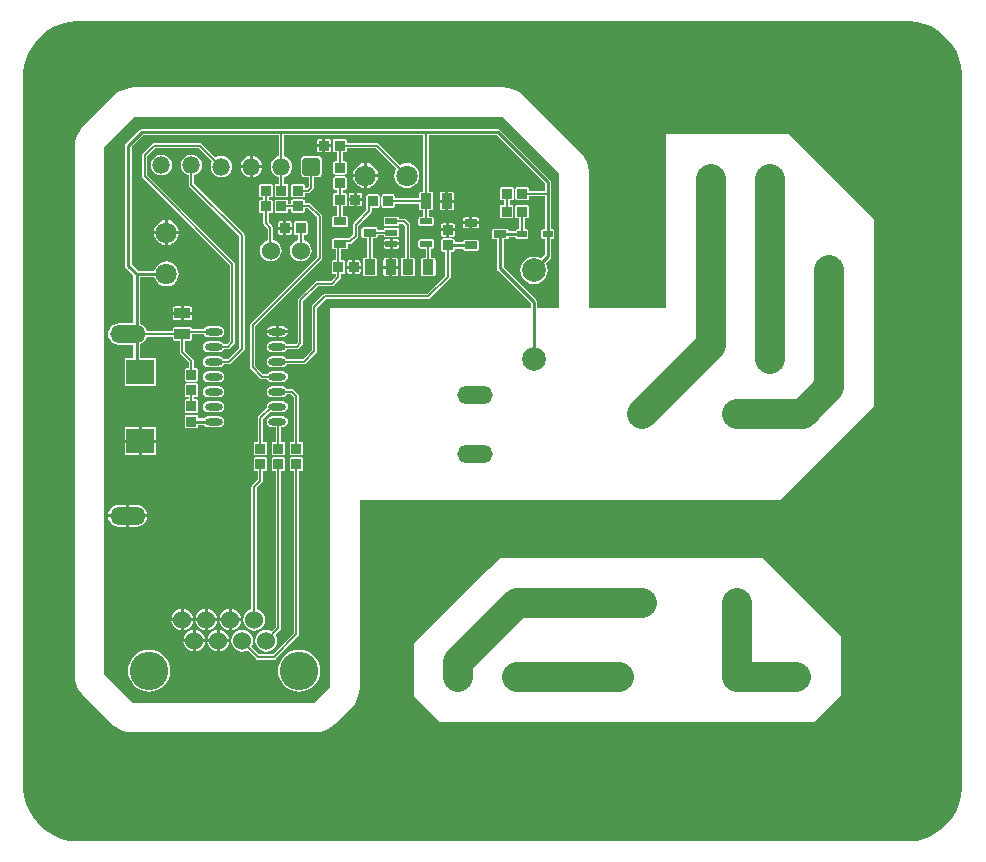
<source format=gbr>
%TF.GenerationSoftware,Altium Limited,Altium Designer,20.1.8 (145)*%
G04 Layer_Physical_Order=2*
G04 Layer_Color=16728128*
%FSLAX45Y45*%
%MOMM*%
%TF.SameCoordinates,2A241EDF-A570-403E-9AC0-7F4DA974E4D7*%
%TF.FilePolarity,Positive*%
%TF.FileFunction,Copper,L2,Bot,Signal*%
%TF.Part,Single*%
G01*
G75*
%TA.AperFunction,Conductor*%
%ADD10C,0.25400*%
%ADD11C,2.50000*%
%TA.AperFunction,ComponentPad*%
%ADD12C,1.50000*%
%ADD13O,1.50000X1.45000*%
G04:AMPARAMS|DCode=14|XSize=1.5mm|YSize=1.45mm|CornerRadius=0.18125mm|HoleSize=0mm|Usage=FLASHONLY|Rotation=180.000|XOffset=0mm|YOffset=0mm|HoleType=Round|Shape=RoundedRectangle|*
%AMROUNDEDRECTD14*
21,1,1.50000,1.08750,0,0,180.0*
21,1,1.13750,1.45000,0,0,180.0*
1,1,0.36250,-0.56875,0.54375*
1,1,0.36250,0.56875,0.54375*
1,1,0.36250,0.56875,-0.54375*
1,1,0.36250,-0.56875,-0.54375*
%
%ADD14ROUNDEDRECTD14*%
%ADD15C,1.52400*%
%ADD16O,3.00000X1.50000*%
%ADD17C,1.80000*%
%ADD18C,2.00000*%
%TA.AperFunction,ViaPad*%
%ADD19C,5.00000*%
%TA.AperFunction,ComponentPad*%
%ADD20C,3.25120*%
%TA.AperFunction,ViaPad*%
%ADD21C,0.70000*%
%TA.AperFunction,SMDPad,CuDef*%
G04:AMPARAMS|DCode=22|XSize=0.85mm|YSize=0.85mm|CornerRadius=0.0425mm|HoleSize=0mm|Usage=FLASHONLY|Rotation=180.000|XOffset=0mm|YOffset=0mm|HoleType=Round|Shape=RoundedRectangle|*
%AMROUNDEDRECTD22*
21,1,0.85000,0.76500,0,0,180.0*
21,1,0.76500,0.85000,0,0,180.0*
1,1,0.08500,-0.38250,0.38250*
1,1,0.08500,0.38250,0.38250*
1,1,0.08500,0.38250,-0.38250*
1,1,0.08500,-0.38250,-0.38250*
%
%ADD22ROUNDEDRECTD22*%
G04:AMPARAMS|DCode=23|XSize=0.85mm|YSize=0.85mm|CornerRadius=0.0425mm|HoleSize=0mm|Usage=FLASHONLY|Rotation=270.000|XOffset=0mm|YOffset=0mm|HoleType=Round|Shape=RoundedRectangle|*
%AMROUNDEDRECTD23*
21,1,0.85000,0.76500,0,0,270.0*
21,1,0.76500,0.85000,0,0,270.0*
1,1,0.08500,-0.38250,-0.38250*
1,1,0.08500,-0.38250,0.38250*
1,1,0.08500,0.38250,0.38250*
1,1,0.08500,0.38250,-0.38250*
%
%ADD23ROUNDEDRECTD23*%
G04:AMPARAMS|DCode=24|XSize=0.6mm|YSize=1.1mm|CornerRadius=0.03mm|HoleSize=0mm|Usage=FLASHONLY|Rotation=270.000|XOffset=0mm|YOffset=0mm|HoleType=Round|Shape=RoundedRectangle|*
%AMROUNDEDRECTD24*
21,1,0.60000,1.04000,0,0,270.0*
21,1,0.54000,1.10000,0,0,270.0*
1,1,0.06000,-0.52000,-0.27000*
1,1,0.06000,-0.52000,0.27000*
1,1,0.06000,0.52000,0.27000*
1,1,0.06000,0.52000,-0.27000*
%
%ADD24ROUNDEDRECTD24*%
G04:AMPARAMS|DCode=25|XSize=0.85mm|YSize=0.9mm|CornerRadius=0.0425mm|HoleSize=0mm|Usage=FLASHONLY|Rotation=90.000|XOffset=0mm|YOffset=0mm|HoleType=Round|Shape=RoundedRectangle|*
%AMROUNDEDRECTD25*
21,1,0.85000,0.81500,0,0,90.0*
21,1,0.76500,0.90000,0,0,90.0*
1,1,0.08500,0.40750,0.38250*
1,1,0.08500,0.40750,-0.38250*
1,1,0.08500,-0.40750,-0.38250*
1,1,0.08500,-0.40750,0.38250*
%
%ADD25ROUNDEDRECTD25*%
G04:AMPARAMS|DCode=26|XSize=1.275mm|YSize=0.9mm|CornerRadius=0.045mm|HoleSize=0mm|Usage=FLASHONLY|Rotation=270.000|XOffset=0mm|YOffset=0mm|HoleType=Round|Shape=RoundedRectangle|*
%AMROUNDEDRECTD26*
21,1,1.27500,0.81000,0,0,270.0*
21,1,1.18500,0.90000,0,0,270.0*
1,1,0.09000,-0.40500,-0.59250*
1,1,0.09000,-0.40500,0.59250*
1,1,0.09000,0.40500,0.59250*
1,1,0.09000,0.40500,-0.59250*
%
%ADD26ROUNDEDRECTD26*%
G04:AMPARAMS|DCode=27|XSize=0.5mm|YSize=0.8mm|CornerRadius=0.0025mm|HoleSize=0mm|Usage=FLASHONLY|Rotation=270.000|XOffset=0mm|YOffset=0mm|HoleType=Round|Shape=RoundedRectangle|*
%AMROUNDEDRECTD27*
21,1,0.50000,0.79500,0,0,270.0*
21,1,0.49500,0.80000,0,0,270.0*
1,1,0.00500,-0.39750,-0.24750*
1,1,0.00500,-0.39750,0.24750*
1,1,0.00500,0.39750,0.24750*
1,1,0.00500,0.39750,-0.24750*
%
%ADD27ROUNDEDRECTD27*%
G04:AMPARAMS|DCode=28|XSize=1.275mm|YSize=0.9mm|CornerRadius=0.045mm|HoleSize=0mm|Usage=FLASHONLY|Rotation=0.000|XOffset=0mm|YOffset=0mm|HoleType=Round|Shape=RoundedRectangle|*
%AMROUNDEDRECTD28*
21,1,1.27500,0.81000,0,0,0.0*
21,1,1.18500,0.90000,0,0,0.0*
1,1,0.09000,0.59250,-0.40500*
1,1,0.09000,-0.59250,-0.40500*
1,1,0.09000,-0.59250,0.40500*
1,1,0.09000,0.59250,0.40500*
%
%ADD28ROUNDEDRECTD28*%
G04:AMPARAMS|DCode=29|XSize=0.5mm|YSize=1mm|CornerRadius=0.025mm|HoleSize=0mm|Usage=FLASHONLY|Rotation=270.000|XOffset=0mm|YOffset=0mm|HoleType=Round|Shape=RoundedRectangle|*
%AMROUNDEDRECTD29*
21,1,0.50000,0.95000,0,0,270.0*
21,1,0.45000,1.00000,0,0,270.0*
1,1,0.05000,-0.47500,-0.22500*
1,1,0.05000,-0.47500,0.22500*
1,1,0.05000,0.47500,0.22500*
1,1,0.05000,0.47500,-0.22500*
%
%ADD29ROUNDEDRECTD29*%
%ADD30O,1.50000X0.60000*%
G04:AMPARAMS|DCode=31|XSize=2.35mm|YSize=2.1mm|CornerRadius=0.0105mm|HoleSize=0mm|Usage=FLASHONLY|Rotation=0.000|XOffset=0mm|YOffset=0mm|HoleType=Round|Shape=RoundedRectangle|*
%AMROUNDEDRECTD31*
21,1,2.35000,2.07900,0,0,0.0*
21,1,2.32900,2.10000,0,0,0.0*
1,1,0.02100,1.16450,-1.03950*
1,1,0.02100,-1.16450,-1.03950*
1,1,0.02100,-1.16450,1.03950*
1,1,0.02100,1.16450,1.03950*
%
%ADD31ROUNDEDRECTD31*%
%TA.AperFunction,Conductor*%
%ADD32C,0.15240*%
%ADD33C,0.12700*%
G36*
X7592691Y6965991D02*
X7652723Y6949906D01*
X7710141Y6926122D01*
X7763962Y6895049D01*
X7813268Y6857215D01*
X7857214Y6813269D01*
X7895049Y6763961D01*
X7926122Y6710141D01*
X7949906Y6652723D01*
X7965991Y6592691D01*
X7974104Y6531074D01*
X7974103Y6500001D01*
X7974104Y500000D01*
Y468926D01*
X7965991Y407308D01*
X7949906Y347277D01*
X7926122Y289858D01*
X7895049Y236038D01*
X7857215Y186731D01*
X7813269Y142786D01*
X7763961Y104950D01*
X7710141Y73877D01*
X7652723Y50093D01*
X7592692Y34008D01*
X7531074Y25896D01*
X468926D01*
X407308Y34008D01*
X347277Y50093D01*
X289858Y73877D01*
X236038Y104950D01*
X186731Y142785D01*
X142786Y186730D01*
X104950Y236038D01*
X73877Y289858D01*
X50093Y347277D01*
X34008Y407308D01*
X25896Y468926D01*
Y500000D01*
X25896Y6500000D01*
X25896Y6531074D01*
X34008Y6592692D01*
X50093Y6652723D01*
X73877Y6710141D01*
X104950Y6763962D01*
X142785Y6813268D01*
X186730Y6857214D01*
X236038Y6895049D01*
X289858Y6926122D01*
X347277Y6949906D01*
X407308Y6965991D01*
X468926Y6974104D01*
X7531074D01*
X7592691Y6965991D01*
D02*
G37*
%LPC*%
G36*
X4089111Y6410722D02*
X4089103Y6410721D01*
X4089096Y6410722D01*
X965200Y6410707D01*
X965197Y6410708D01*
X916189Y6405881D01*
X869063Y6391585D01*
X825633Y6368371D01*
X787564Y6337129D01*
X787563Y6337128D01*
X532371Y6081936D01*
X532370Y6081934D01*
X501129Y6043867D01*
X477914Y6000436D01*
X463619Y5953310D01*
X458792Y5904302D01*
X458792Y5904300D01*
X458795Y1440002D01*
X461114Y1416452D01*
X463621Y1390998D01*
X463621Y1390996D01*
X463622Y1390994D01*
X470610Y1367956D01*
X477915Y1343873D01*
X477916Y1343871D01*
X477917Y1343869D01*
X491620Y1318232D01*
X501129Y1300442D01*
X501130Y1300440D01*
X501131Y1300438D01*
X522201Y1274763D01*
X532369Y1262374D01*
X532372Y1262370D01*
X532374Y1262369D01*
X772363Y1022370D01*
X772365Y1022369D01*
X772367Y1022366D01*
X795580Y1003315D01*
X810430Y991128D01*
X810432Y991127D01*
X810434Y991125D01*
X833523Y978784D01*
X853860Y967913D01*
X853863Y967912D01*
X853865Y967911D01*
X874939Y961518D01*
X900985Y953616D01*
X900989Y953616D01*
X900990Y953616D01*
X914814Y952254D01*
X949994Y948788D01*
X949998Y948789D01*
X2489997Y948789D01*
X2490000Y948789D01*
X2539008Y953616D01*
X2586133Y967911D01*
X2629564Y991126D01*
X2667631Y1022367D01*
X2667633Y1022368D01*
X2797630Y1152366D01*
X2797632Y1152368D01*
X2828873Y1190435D01*
X2852087Y1233866D01*
X2866383Y1280991D01*
X2871210Y1330000D01*
X2871209Y1330002D01*
Y2920010D01*
X6429278Y2919998D01*
X7225945Y3716665D01*
X7225950Y5294670D01*
X6505699Y6014927D01*
X6348680Y6014925D01*
X6348243Y6014960D01*
X6347805Y6014925D01*
X5848736Y6014921D01*
X5848243Y6014960D01*
X5847749Y6014921D01*
X5470079Y6014917D01*
Y4546599D01*
X4813814D01*
X4813814Y4546600D01*
Y5685939D01*
X4813814Y5685941D01*
X4813814Y5685944D01*
Y5685955D01*
X4811798Y5706422D01*
X4808989Y5734950D01*
X4808987Y5734958D01*
X4808987Y5734963D01*
X4802309Y5756978D01*
X4794697Y5782076D01*
X4794693Y5782082D01*
X4794691Y5782089D01*
X4782314Y5805245D01*
X4771484Y5825508D01*
X4771481Y5825512D01*
X4771477Y5825519D01*
X4753460Y5847473D01*
X4740246Y5863577D01*
X4740237Y5863585D01*
X4740236Y5863587D01*
X4740235Y5863588D01*
X4266739Y6337135D01*
X4266734Y6337139D01*
X4266729Y6337145D01*
X4245379Y6354666D01*
X4228674Y6368378D01*
X4228668Y6368381D01*
X4228661Y6368386D01*
X4204525Y6381287D01*
X4185244Y6391594D01*
X4185238Y6391596D01*
X4185230Y6391600D01*
X4160499Y6399102D01*
X4138119Y6405892D01*
X4138112Y6405893D01*
X4138105Y6405895D01*
X4116082Y6408064D01*
X4089111Y6410722D01*
D02*
G37*
G36*
X6284025Y2428168D02*
X4058943Y2428161D01*
X3967316Y2336535D01*
X3941608Y2314578D01*
X3440410Y1813380D01*
X3418451Y1787670D01*
X3329478Y1698697D01*
X3329485Y1261661D01*
X3549730Y1041392D01*
X6722447Y1041410D01*
X6944111Y1263075D01*
X6944112Y1768109D01*
X6284025Y2428168D01*
D02*
G37*
%LPD*%
G36*
X4562604Y5685955D02*
Y4546600D01*
X4376730D01*
Y4593398D01*
X4376730Y4593400D01*
X4374561Y4604301D01*
X4368386Y4613543D01*
X4368385Y4613544D01*
X4092487Y4889442D01*
Y5123303D01*
X4116000D01*
X4123117Y5124718D01*
X4129150Y5128750D01*
X4133182Y5134783D01*
X4134301Y5140413D01*
X4191300D01*
X4191759Y5138106D01*
X4195183Y5132982D01*
X4200306Y5129559D01*
X4206350Y5128357D01*
X4285850D01*
X4291894Y5129559D01*
X4297018Y5132982D01*
X4300441Y5138106D01*
X4301644Y5144150D01*
Y5193650D01*
X4300441Y5199694D01*
X4297018Y5204818D01*
X4291894Y5208241D01*
X4285850Y5209443D01*
X4269408D01*
Y5301278D01*
X4284350D01*
X4291955Y5302791D01*
X4298402Y5307099D01*
X4302709Y5313545D01*
X4304222Y5321150D01*
Y5397650D01*
X4302709Y5405255D01*
X4298402Y5411701D01*
X4291955Y5416009D01*
X4284350Y5417522D01*
X4207850D01*
X4200246Y5416009D01*
X4193799Y5411701D01*
X4189491Y5405255D01*
X4187978Y5397650D01*
Y5321150D01*
X4189491Y5313545D01*
X4193799Y5307099D01*
X4200246Y5302791D01*
X4207850Y5301278D01*
X4222792D01*
Y5209443D01*
X4206350D01*
X4200306Y5208241D01*
X4195183Y5204818D01*
X4191759Y5199694D01*
X4191300Y5197387D01*
X4134301D01*
X4133182Y5203017D01*
X4129150Y5209050D01*
X4123117Y5213082D01*
X4116000Y5214497D01*
X4012000D01*
X4004883Y5213082D01*
X3998850Y5209050D01*
X3994818Y5203017D01*
X3993403Y5195900D01*
Y5141900D01*
X3994818Y5134783D01*
X3998850Y5128750D01*
X4004883Y5124718D01*
X4012000Y5123303D01*
X4035513D01*
Y4877644D01*
X4035512Y4877642D01*
X4037681Y4866741D01*
X4043856Y4857499D01*
X4319755Y4581600D01*
Y4546600D01*
X2620000D01*
Y1330000D01*
X2489999Y1199999D01*
X949999Y1199998D01*
X710004Y1440002D01*
X710002Y5904302D01*
X965197Y6159498D01*
X4089098Y6159512D01*
X4562604Y5685955D01*
D02*
G37*
%LPC*%
G36*
X4042855Y6060988D02*
X4042854Y6060987D01*
X1029400D01*
X1029399Y6060988D01*
X1018497Y6058819D01*
X1009255Y6052644D01*
X894256Y5937645D01*
X888081Y5928403D01*
X885912Y5917501D01*
X885913Y5917500D01*
Y4901501D01*
X885912Y4901500D01*
X888081Y4890598D01*
X894256Y4881356D01*
X955813Y4819800D01*
Y4414479D01*
X833100D01*
X809543Y4411377D01*
X787591Y4402284D01*
X768740Y4387820D01*
X754276Y4368969D01*
X745183Y4347017D01*
X742081Y4323460D01*
X745183Y4299903D01*
X754276Y4277951D01*
X768740Y4259100D01*
X787591Y4244636D01*
X809543Y4235543D01*
X833100Y4232441D01*
X955813D01*
Y4121459D01*
X899550D01*
X893194Y4120194D01*
X887806Y4116594D01*
X884205Y4111206D01*
X882941Y4104850D01*
Y3896950D01*
X884205Y3890594D01*
X887806Y3885205D01*
X893194Y3881605D01*
X899550Y3880341D01*
X1132450D01*
X1138806Y3881605D01*
X1144194Y3885205D01*
X1147795Y3890594D01*
X1149059Y3896950D01*
Y4104850D01*
X1147795Y4111206D01*
X1144194Y4116594D01*
X1138806Y4120194D01*
X1132450Y4121459D01*
X1012787D01*
Y4238082D01*
X1028610Y4244636D01*
X1047460Y4259100D01*
X1061924Y4277951D01*
X1071017Y4299903D01*
X1071050Y4300152D01*
X1292223D01*
Y4282960D01*
X1293755Y4275258D01*
X1298118Y4268728D01*
X1304648Y4264365D01*
X1312350Y4262833D01*
X1348292D01*
Y4173027D01*
X1350066Y4164107D01*
X1355119Y4156546D01*
X1424492Y4087173D01*
Y4036222D01*
X1409550D01*
X1401945Y4034709D01*
X1395499Y4030401D01*
X1391191Y4023955D01*
X1389678Y4016350D01*
Y3939850D01*
X1391191Y3932245D01*
X1395499Y3925799D01*
X1401945Y3921491D01*
X1409550Y3919978D01*
X1486050D01*
X1493655Y3921491D01*
X1500101Y3925799D01*
X1504409Y3932245D01*
X1505922Y3939850D01*
Y4016350D01*
X1504409Y4023955D01*
X1500101Y4030401D01*
X1493655Y4034709D01*
X1486050Y4036222D01*
X1471108D01*
Y4096827D01*
X1469334Y4105746D01*
X1464281Y4113308D01*
X1394908Y4182681D01*
Y4262833D01*
X1430850D01*
X1438552Y4264365D01*
X1445082Y4268728D01*
X1449445Y4275258D01*
X1450977Y4282960D01*
Y4320092D01*
X1551164D01*
X1557384Y4310784D01*
X1572348Y4300785D01*
X1590000Y4297274D01*
X1680000D01*
X1697652Y4300785D01*
X1712616Y4310784D01*
X1722615Y4325748D01*
X1726126Y4343400D01*
X1722615Y4361052D01*
X1712616Y4376016D01*
X1697652Y4386015D01*
X1680000Y4389526D01*
X1590000D01*
X1572348Y4386015D01*
X1557384Y4376016D01*
X1551164Y4366708D01*
X1450430D01*
X1449445Y4371662D01*
X1445082Y4378192D01*
X1438552Y4382555D01*
X1430850Y4384087D01*
X1312350D01*
X1304648Y4382555D01*
X1298118Y4378192D01*
X1293755Y4371662D01*
X1292223Y4363960D01*
Y4346768D01*
X1071050D01*
X1071017Y4347017D01*
X1061924Y4368969D01*
X1047460Y4387820D01*
X1028610Y4402284D01*
X1012787Y4408838D01*
Y4803113D01*
X1133695D01*
X1143879Y4778526D01*
X1160748Y4756542D01*
X1182731Y4739673D01*
X1208332Y4729069D01*
X1235806Y4725452D01*
X1263279Y4729069D01*
X1288880Y4739673D01*
X1310863Y4756542D01*
X1327732Y4778526D01*
X1338336Y4804127D01*
X1341953Y4831600D01*
X1338336Y4859073D01*
X1327732Y4884674D01*
X1310863Y4906658D01*
X1288880Y4923527D01*
X1263279Y4934131D01*
X1235806Y4937748D01*
X1208332Y4934131D01*
X1182731Y4923527D01*
X1160748Y4906658D01*
X1143879Y4884674D01*
X1133695Y4860087D01*
X996100D01*
X942887Y4913300D01*
Y5905701D01*
X1041199Y6004013D01*
X2187787D01*
Y5826328D01*
X2184395Y5825882D01*
X2163051Y5817041D01*
X2144723Y5802977D01*
X2130659Y5784649D01*
X2121818Y5763305D01*
X2118803Y5740400D01*
X2121818Y5717495D01*
X2130659Y5696151D01*
X2144723Y5677823D01*
X2163051Y5663759D01*
X2184395Y5654918D01*
X2187787Y5654472D01*
Y5595322D01*
X2171550D01*
X2163945Y5593809D01*
X2157499Y5589501D01*
X2153191Y5583055D01*
X2151678Y5575450D01*
Y5498950D01*
X2153191Y5491345D01*
X2157499Y5484899D01*
X2163945Y5480591D01*
X2171550Y5479078D01*
X2248050D01*
X2255655Y5480591D01*
X2262101Y5484899D01*
X2266409Y5491345D01*
X2267922Y5498950D01*
Y5575450D01*
X2266409Y5583055D01*
X2262101Y5589501D01*
X2255655Y5593809D01*
X2248050Y5595322D01*
X2231813D01*
Y5654472D01*
X2235204Y5654918D01*
X2256548Y5663759D01*
X2274877Y5677823D01*
X2288940Y5696151D01*
X2297781Y5717495D01*
X2300797Y5740400D01*
X2297781Y5763305D01*
X2288940Y5784649D01*
X2274877Y5802977D01*
X2256548Y5817041D01*
X2235204Y5825882D01*
X2231813Y5826328D01*
Y6004013D01*
X3412692D01*
Y5527677D01*
X3395499D01*
X3387797Y5526145D01*
X3381268Y5521782D01*
X3376905Y5515252D01*
X3375373Y5507550D01*
Y5471608D01*
X3172622D01*
Y5486550D01*
X3171109Y5494155D01*
X3166801Y5500601D01*
X3160354Y5504909D01*
X3152750Y5506422D01*
X3076250D01*
X3068645Y5504909D01*
X3062198Y5500601D01*
X3057891Y5494155D01*
X3056378Y5486550D01*
Y5410050D01*
X3057891Y5402445D01*
X3062198Y5395999D01*
X3068645Y5391691D01*
X3076250Y5390178D01*
X3152750D01*
X3160354Y5391691D01*
X3166801Y5395999D01*
X3171109Y5402445D01*
X3172622Y5410050D01*
Y5424992D01*
X3375373D01*
Y5389050D01*
X3376905Y5381348D01*
X3381268Y5374818D01*
X3387797Y5370455D01*
X3395499Y5368923D01*
X3412692D01*
Y5317187D01*
X3388500D01*
X3381578Y5315810D01*
X3375710Y5311890D01*
X3371789Y5306022D01*
X3370412Y5299100D01*
Y5254100D01*
X3371789Y5247178D01*
X3375710Y5241310D01*
X3381578Y5237389D01*
X3388500Y5236012D01*
X3483500D01*
X3490422Y5237389D01*
X3496289Y5241310D01*
X3500210Y5247178D01*
X3501587Y5254100D01*
Y5299100D01*
X3500210Y5306022D01*
X3496289Y5311890D01*
X3490422Y5315810D01*
X3483500Y5317187D01*
X3459308D01*
Y5368923D01*
X3476500D01*
X3484202Y5370455D01*
X3490731Y5374818D01*
X3495094Y5381348D01*
X3496626Y5389050D01*
Y5507550D01*
X3495094Y5515252D01*
X3490731Y5521782D01*
X3484202Y5526145D01*
X3476500Y5527677D01*
X3459308D01*
Y6004013D01*
X4031055D01*
X4437612Y5597455D01*
Y5535108D01*
X4307222D01*
Y5550050D01*
X4305710Y5557654D01*
X4301402Y5564101D01*
X4294955Y5568409D01*
X4287351Y5569922D01*
X4210850D01*
X4203246Y5568409D01*
X4196799Y5564101D01*
X4192491Y5557654D01*
X4190979Y5550050D01*
Y5473550D01*
X4192491Y5465945D01*
X4196799Y5459498D01*
X4203246Y5455191D01*
X4210850Y5453678D01*
X4287351D01*
X4294955Y5455191D01*
X4301402Y5459498D01*
X4305710Y5465945D01*
X4307222Y5473550D01*
Y5488492D01*
X4437612D01*
Y5209443D01*
X4426350D01*
X4420306Y5208241D01*
X4415182Y5204818D01*
X4411759Y5199694D01*
X4410556Y5193650D01*
Y5144150D01*
X4411759Y5138106D01*
X4415182Y5132982D01*
X4420306Y5129559D01*
X4426350Y5128357D01*
X4437612D01*
Y4991917D01*
X4407637Y4961942D01*
X4406360Y4962922D01*
X4378326Y4974534D01*
X4348243Y4978494D01*
X4318159Y4974534D01*
X4290125Y4962922D01*
X4266052Y4944450D01*
X4247581Y4920377D01*
X4235969Y4892344D01*
X4232008Y4862260D01*
X4235969Y4832176D01*
X4247581Y4804143D01*
X4266052Y4780070D01*
X4290125Y4761598D01*
X4318159Y4749986D01*
X4348243Y4746026D01*
X4378326Y4749986D01*
X4406360Y4761598D01*
X4430433Y4780070D01*
X4448904Y4804143D01*
X4460516Y4832176D01*
X4464477Y4862260D01*
X4460516Y4892344D01*
X4448904Y4920377D01*
X4447924Y4921655D01*
X4486243Y4959973D01*
X4486244Y4959974D01*
X4492419Y4969216D01*
X4494587Y4980117D01*
X4494587Y4980119D01*
Y5128357D01*
X4505850D01*
X4511894Y5129559D01*
X4517017Y5132982D01*
X4520441Y5138106D01*
X4521643Y5144150D01*
Y5193650D01*
X4520441Y5199694D01*
X4517017Y5204818D01*
X4511894Y5208241D01*
X4505850Y5209443D01*
X4494587D01*
Y5511800D01*
Y5609254D01*
X4494587Y5609255D01*
X4492419Y5620157D01*
X4486244Y5629399D01*
X4486243Y5629399D01*
X4062999Y6052644D01*
X4053757Y6058819D01*
X4042855Y6060988D01*
D02*
G37*
G36*
X2610850Y5976322D02*
X2582798D01*
Y5930894D01*
X2630722D01*
Y5956450D01*
X2629209Y5964055D01*
X2624902Y5970501D01*
X2618455Y5974809D01*
X2610850Y5976322D01*
D02*
G37*
G36*
X2557398D02*
X2529350D01*
X2521746Y5974809D01*
X2515299Y5970501D01*
X2510991Y5964055D01*
X2509479Y5956450D01*
Y5930894D01*
X2557398D01*
Y5976322D01*
D02*
G37*
G36*
X2630722Y5905494D02*
X2582798D01*
Y5860078D01*
X2610850D01*
X2618455Y5861591D01*
X2624902Y5865899D01*
X2629209Y5872345D01*
X2630722Y5879950D01*
Y5905494D01*
D02*
G37*
G36*
X2557398D02*
X2509479D01*
Y5879950D01*
X2510991Y5872345D01*
X2515299Y5865899D01*
X2521746Y5861591D01*
X2529350Y5860078D01*
X2557398D01*
Y5905494D01*
D02*
G37*
G36*
X1968500Y5827554D02*
Y5753108D01*
X2045124D01*
X2043781Y5763305D01*
X2034940Y5784649D01*
X2020877Y5802977D01*
X2002548Y5817041D01*
X1981204Y5825882D01*
X1968500Y5827554D01*
D02*
G37*
G36*
X1943100D02*
X1930395Y5825882D01*
X1909051Y5817041D01*
X1890723Y5802977D01*
X1876659Y5784649D01*
X1867818Y5763305D01*
X1866476Y5753108D01*
X1943100D01*
Y5827554D01*
D02*
G37*
G36*
X2933700Y5768676D02*
Y5676892D01*
X3025477D01*
X3023531Y5691673D01*
X3012927Y5717274D01*
X2996058Y5739258D01*
X2974074Y5756127D01*
X2948473Y5766731D01*
X2933700Y5768676D01*
D02*
G37*
G36*
X2908300D02*
X2893527Y5766731D01*
X2867926Y5756127D01*
X2845942Y5739258D01*
X2829073Y5717274D01*
X2818469Y5691673D01*
X2816523Y5676892D01*
X2908300D01*
Y5768676D01*
D02*
G37*
G36*
X1196300Y5841597D02*
X1191300D01*
X1168395Y5838582D01*
X1147051Y5829741D01*
X1128723Y5815677D01*
X1114659Y5797349D01*
X1105818Y5776005D01*
X1102803Y5753100D01*
X1105818Y5730195D01*
X1114659Y5708851D01*
X1128723Y5690523D01*
X1147051Y5676459D01*
X1168395Y5667618D01*
X1191300Y5664603D01*
X1196300D01*
X1219204Y5667618D01*
X1240548Y5676459D01*
X1258877Y5690523D01*
X1272940Y5708851D01*
X1281781Y5730195D01*
X1284797Y5753100D01*
X1281781Y5776005D01*
X1272940Y5797349D01*
X1258877Y5815677D01*
X1240548Y5829741D01*
X1219204Y5838582D01*
X1196300Y5841597D01*
D02*
G37*
G36*
X2045126Y5727708D02*
X1968500D01*
Y5653246D01*
X1981204Y5654918D01*
X2002548Y5663759D01*
X2020877Y5677823D01*
X2034940Y5696151D01*
X2043781Y5717495D01*
X2045126Y5727708D01*
D02*
G37*
G36*
X1943100D02*
X1866474D01*
X1867818Y5717495D01*
X1876659Y5696151D01*
X1890723Y5677823D01*
X1909051Y5663759D01*
X1930395Y5654918D01*
X1943100Y5653246D01*
Y5727708D01*
D02*
G37*
G36*
X1523438Y5938274D02*
X1128361D01*
X1119938Y5936599D01*
X1112796Y5931827D01*
X1035865Y5854895D01*
X1031093Y5847754D01*
X1029417Y5839330D01*
Y5662404D01*
X1031093Y5653980D01*
X1035865Y5646838D01*
X1772910Y4909793D01*
Y4264805D01*
X1746518Y4238413D01*
X1719701D01*
X1712616Y4249016D01*
X1697652Y4259015D01*
X1680000Y4262526D01*
X1590000D01*
X1572348Y4259015D01*
X1557384Y4249016D01*
X1547385Y4234052D01*
X1543874Y4216400D01*
X1547385Y4198748D01*
X1557384Y4183784D01*
X1572348Y4173785D01*
X1590000Y4170274D01*
X1680000D01*
X1697652Y4173785D01*
X1712616Y4183784D01*
X1719701Y4194387D01*
X1755636D01*
X1764060Y4196063D01*
X1771201Y4200835D01*
X1810488Y4240121D01*
X1815260Y4247263D01*
X1815538Y4248660D01*
X1816935Y4255687D01*
Y4918911D01*
X1815538Y4925938D01*
X1815260Y4927335D01*
X1810488Y4934477D01*
X1073443Y5671522D01*
Y5830212D01*
X1137479Y5894249D01*
X1514320D01*
X1623207Y5785362D01*
X1622659Y5784649D01*
X1613818Y5763305D01*
X1610803Y5740400D01*
X1613818Y5717495D01*
X1622659Y5696151D01*
X1636723Y5677823D01*
X1655051Y5663759D01*
X1676395Y5654918D01*
X1699300Y5651903D01*
X1704300D01*
X1727204Y5654918D01*
X1748548Y5663759D01*
X1766877Y5677823D01*
X1780940Y5696151D01*
X1789781Y5717495D01*
X1792797Y5740400D01*
X1789781Y5763305D01*
X1780940Y5784649D01*
X1766877Y5802977D01*
X1748548Y5817041D01*
X1727204Y5825882D01*
X1704300Y5828897D01*
X1699300D01*
X1676395Y5825882D01*
X1655051Y5817041D01*
X1654338Y5816493D01*
X1539004Y5931827D01*
X1531862Y5936599D01*
X1523438Y5938274D01*
D02*
G37*
G36*
X3025475Y5651492D02*
X2933700D01*
Y5559724D01*
X2948473Y5561669D01*
X2974074Y5572273D01*
X2996058Y5589142D01*
X3012927Y5611126D01*
X3023531Y5636727D01*
X3025475Y5651492D01*
D02*
G37*
G36*
X2908300D02*
X2816525D01*
X2818469Y5636727D01*
X2829073Y5611126D01*
X2845942Y5589142D01*
X2867926Y5572273D01*
X2893527Y5561669D01*
X2908300Y5559724D01*
Y5651492D01*
D02*
G37*
G36*
X2520675Y5828794D02*
X2406925D01*
X2393907Y5826204D01*
X2382870Y5818830D01*
X2375496Y5807793D01*
X2372906Y5794775D01*
Y5686025D01*
X2375496Y5673007D01*
X2382870Y5661970D01*
X2393907Y5654596D01*
X2406925Y5652006D01*
X2441787D01*
Y5571718D01*
X2429282Y5559213D01*
X2407622D01*
Y5575450D01*
X2406109Y5583055D01*
X2401801Y5589501D01*
X2395355Y5593809D01*
X2387750Y5595322D01*
X2311250D01*
X2303645Y5593809D01*
X2297199Y5589501D01*
X2292891Y5583055D01*
X2291378Y5575450D01*
Y5498950D01*
X2292891Y5491345D01*
X2297199Y5484899D01*
X2303645Y5480591D01*
X2311250Y5479078D01*
X2387750D01*
X2395355Y5480591D01*
X2401801Y5484899D01*
X2406109Y5491345D01*
X2407622Y5498950D01*
Y5515187D01*
X2438400D01*
X2446824Y5516863D01*
X2453965Y5521635D01*
X2479365Y5547034D01*
X2484137Y5554176D01*
X2485813Y5562600D01*
Y5652006D01*
X2520675D01*
X2533693Y5654596D01*
X2544729Y5661970D01*
X2552104Y5673007D01*
X2554693Y5686025D01*
Y5794775D01*
X2552104Y5807793D01*
X2544729Y5818830D01*
X2533693Y5826204D01*
X2520675Y5828794D01*
D02*
G37*
G36*
X2745850Y5976322D02*
X2664350D01*
X2656746Y5974809D01*
X2650299Y5970501D01*
X2645991Y5964055D01*
X2644478Y5956450D01*
Y5879950D01*
X2645991Y5872345D01*
X2650299Y5865899D01*
X2656746Y5861591D01*
X2664350Y5860078D01*
X2681792D01*
Y5788822D01*
X2666850D01*
X2659245Y5787309D01*
X2652799Y5783001D01*
X2648491Y5776555D01*
X2646978Y5768950D01*
Y5692450D01*
X2648491Y5684845D01*
X2652799Y5678399D01*
X2659245Y5674091D01*
X2666850Y5672578D01*
X2743350D01*
X2750955Y5674091D01*
X2757401Y5678399D01*
X2761709Y5684845D01*
X2763222Y5692450D01*
Y5768950D01*
X2761709Y5776555D01*
X2757401Y5783001D01*
X2750955Y5787309D01*
X2743350Y5788822D01*
X2728408D01*
Y5860078D01*
X2745850D01*
X2753454Y5861591D01*
X2759901Y5865899D01*
X2764209Y5872345D01*
X2765722Y5879950D01*
Y5894892D01*
X3007346D01*
X3181631Y5720607D01*
X3179073Y5717274D01*
X3168469Y5691673D01*
X3164852Y5664200D01*
X3168469Y5636727D01*
X3179073Y5611126D01*
X3195942Y5589142D01*
X3217926Y5572273D01*
X3243527Y5561669D01*
X3271000Y5558052D01*
X3298473Y5561669D01*
X3324074Y5572273D01*
X3346058Y5589142D01*
X3362927Y5611126D01*
X3373531Y5636727D01*
X3377148Y5664200D01*
X3373531Y5691673D01*
X3362927Y5717274D01*
X3346058Y5739258D01*
X3324074Y5756127D01*
X3298473Y5766731D01*
X3271000Y5770348D01*
X3243527Y5766731D01*
X3217926Y5756127D01*
X3214593Y5753569D01*
X3033481Y5934681D01*
X3025920Y5939734D01*
X3017000Y5941508D01*
X2765722D01*
Y5956450D01*
X2764209Y5964055D01*
X2759901Y5970501D01*
X2753454Y5974809D01*
X2745850Y5976322D01*
D02*
G37*
G36*
X2874550Y5519122D02*
X2849002D01*
Y5473694D01*
X2894422D01*
Y5499250D01*
X2892909Y5506854D01*
X2888601Y5513301D01*
X2882155Y5517609D01*
X2874550Y5519122D01*
D02*
G37*
G36*
X2823602D02*
X2798050D01*
X2790445Y5517609D01*
X2783998Y5513301D01*
X2779691Y5506854D01*
X2778178Y5499250D01*
Y5473694D01*
X2823602D01*
Y5519122D01*
D02*
G37*
G36*
X3651739Y5527677D02*
X3623938D01*
Y5460998D01*
X3671866D01*
Y5507550D01*
X3670334Y5515252D01*
X3665971Y5521782D01*
X3659441Y5526145D01*
X3651739Y5527677D01*
D02*
G37*
G36*
X3598538D02*
X3570739D01*
X3563037Y5526145D01*
X3556508Y5521782D01*
X3552145Y5515252D01*
X3550613Y5507550D01*
Y5460998D01*
X3598538D01*
Y5527677D01*
D02*
G37*
G36*
X2387750Y5465322D02*
X2311250D01*
X2303645Y5463809D01*
X2297199Y5459501D01*
X2292891Y5453055D01*
X2291378Y5445450D01*
Y5426863D01*
X2267922D01*
Y5440750D01*
X2266409Y5448355D01*
X2262101Y5454801D01*
X2255654Y5459109D01*
X2248050Y5460622D01*
X2171550D01*
X2163945Y5459109D01*
X2157498Y5454801D01*
X2153191Y5448355D01*
X2151678Y5440750D01*
Y5364250D01*
X2153191Y5356645D01*
X2157498Y5350199D01*
X2163945Y5345891D01*
X2171550Y5344378D01*
X2248050D01*
X2255654Y5345891D01*
X2262101Y5350199D01*
X2266409Y5356645D01*
X2267922Y5364250D01*
Y5382837D01*
X2291378D01*
Y5368950D01*
X2292891Y5361345D01*
X2297199Y5354899D01*
X2303645Y5350591D01*
X2311250Y5349078D01*
X2387750D01*
X2395355Y5350591D01*
X2401801Y5354899D01*
X2406109Y5361345D01*
X2407622Y5368950D01*
Y5385187D01*
X2437781D01*
X2510481Y5312487D01*
Y4972579D01*
X1949436Y4411533D01*
X1944664Y4404392D01*
X1942988Y4395968D01*
Y4045001D01*
X1944664Y4036577D01*
X1949436Y4029435D01*
X2032036Y3946835D01*
X2039178Y3942063D01*
X2040575Y3941785D01*
X2047602Y3940387D01*
X2090299D01*
X2097384Y3929784D01*
X2112348Y3919785D01*
X2130000Y3916274D01*
X2220000D01*
X2237652Y3919785D01*
X2252616Y3929784D01*
X2262615Y3944748D01*
X2266126Y3962400D01*
X2262615Y3980052D01*
X2252616Y3995016D01*
X2237652Y4005015D01*
X2220000Y4008526D01*
X2130000D01*
X2112348Y4005015D01*
X2097384Y3995016D01*
X2090299Y3984413D01*
X2056720D01*
X1987014Y4054119D01*
Y4386850D01*
X2548059Y4947895D01*
X2552831Y4955037D01*
X2554507Y4963461D01*
Y5321605D01*
X2553109Y5328631D01*
X2552831Y5330029D01*
X2548059Y5337170D01*
X2462464Y5422765D01*
X2455322Y5427537D01*
X2446899Y5429213D01*
X2407622D01*
Y5445450D01*
X2406109Y5453055D01*
X2401801Y5459501D01*
X2395355Y5463809D01*
X2387750Y5465322D01*
D02*
G37*
G36*
X2894422Y5448294D02*
X2849002D01*
Y5402878D01*
X2874550D01*
X2882155Y5404391D01*
X2888601Y5408698D01*
X2892909Y5415145D01*
X2894422Y5422750D01*
Y5448294D01*
D02*
G37*
G36*
X2823602D02*
X2778178D01*
Y5422750D01*
X2779691Y5415145D01*
X2783998Y5408698D01*
X2790445Y5404391D01*
X2798050Y5402878D01*
X2823602D01*
Y5448294D01*
D02*
G37*
G36*
X3671866Y5435598D02*
X3623938D01*
Y5368923D01*
X3651739D01*
X3659441Y5370455D01*
X3665971Y5374818D01*
X3670334Y5381348D01*
X3671866Y5389050D01*
Y5435598D01*
D02*
G37*
G36*
X3598538D02*
X3550613D01*
Y5389050D01*
X3552145Y5381348D01*
X3556508Y5374818D01*
X3563037Y5370455D01*
X3570739Y5368923D01*
X3598538D01*
Y5435598D01*
D02*
G37*
G36*
X4157351Y5569922D02*
X4080850D01*
X4073246Y5568409D01*
X4066799Y5564101D01*
X4062491Y5557654D01*
X4060979Y5550050D01*
Y5473550D01*
X4062491Y5465945D01*
X4066799Y5459498D01*
X4073246Y5455191D01*
X4080850Y5453678D01*
X4094293D01*
Y5417522D01*
X4077850D01*
X4070246Y5416009D01*
X4063799Y5411701D01*
X4059491Y5405255D01*
X4057979Y5397650D01*
Y5321150D01*
X4059491Y5313545D01*
X4063799Y5307099D01*
X4070246Y5302791D01*
X4077850Y5301278D01*
X4154351D01*
X4161955Y5302791D01*
X4168402Y5307099D01*
X4172710Y5313545D01*
X4174222Y5321150D01*
Y5397650D01*
X4172710Y5405255D01*
X4168402Y5411701D01*
X4161955Y5416009D01*
X4154351Y5417522D01*
X4140908D01*
Y5453678D01*
X4157351D01*
X4164955Y5455191D01*
X4171402Y5459498D01*
X4175710Y5465945D01*
X4177222Y5473550D01*
Y5550050D01*
X4175710Y5557654D01*
X4171402Y5564101D01*
X4164955Y5568409D01*
X4157351Y5569922D01*
D02*
G37*
G36*
X3865999Y5309497D02*
X3826699D01*
Y5276600D01*
X3884597D01*
Y5290900D01*
X3883181Y5298017D01*
X3879150Y5304050D01*
X3873116Y5308082D01*
X3865999Y5309497D01*
D02*
G37*
G36*
X3801299D02*
X3762000D01*
X3754883Y5308082D01*
X3748849Y5304050D01*
X3744818Y5298017D01*
X3743402Y5290900D01*
Y5276600D01*
X3801299D01*
Y5309497D01*
D02*
G37*
G36*
X2280650Y5277822D02*
X2252602D01*
Y5232398D01*
X2300522D01*
Y5257950D01*
X2299009Y5265555D01*
X2294702Y5272001D01*
X2288255Y5276309D01*
X2280650Y5277822D01*
D02*
G37*
G36*
X2227202D02*
X2199150D01*
X2191546Y5276309D01*
X2185099Y5272001D01*
X2180791Y5265555D01*
X2179279Y5257950D01*
Y5232398D01*
X2227202D01*
Y5277822D01*
D02*
G37*
G36*
X2743350Y5658822D02*
X2666850D01*
X2659245Y5657309D01*
X2652799Y5653001D01*
X2648491Y5646555D01*
X2646978Y5638950D01*
Y5562450D01*
X2648491Y5554845D01*
X2652799Y5548399D01*
X2659245Y5544091D01*
X2666850Y5542578D01*
X2682392D01*
Y5519122D01*
X2668050D01*
X2660445Y5517609D01*
X2653999Y5513301D01*
X2649691Y5506855D01*
X2648178Y5499250D01*
Y5422750D01*
X2649691Y5415145D01*
X2653999Y5408699D01*
X2660445Y5404391D01*
X2668050Y5402878D01*
X2682992D01*
Y5322197D01*
X2654300D01*
X2647183Y5320782D01*
X2641150Y5316750D01*
X2637118Y5310717D01*
X2635703Y5303600D01*
Y5249600D01*
X2637118Y5242483D01*
X2641150Y5236450D01*
X2647183Y5232418D01*
X2654300Y5231002D01*
X2758300D01*
X2765417Y5232418D01*
X2771450Y5236450D01*
X2775482Y5242483D01*
X2776897Y5249600D01*
Y5303600D01*
X2775482Y5310717D01*
X2771450Y5316750D01*
X2765417Y5320782D01*
X2758300Y5322197D01*
X2729608D01*
Y5402878D01*
X2744550D01*
X2752155Y5404391D01*
X2758601Y5408699D01*
X2762909Y5415145D01*
X2764422Y5422750D01*
Y5499250D01*
X2762909Y5506855D01*
X2758601Y5513301D01*
X2752155Y5517609D01*
X2744550Y5519122D01*
X2729008D01*
Y5542578D01*
X2743350D01*
X2750955Y5544091D01*
X2757401Y5548399D01*
X2761709Y5554845D01*
X2763222Y5562450D01*
Y5638950D01*
X2761709Y5646555D01*
X2757401Y5653001D01*
X2750955Y5657309D01*
X2743350Y5658822D01*
D02*
G37*
G36*
X3884597Y5251200D02*
X3826699D01*
Y5218303D01*
X3865999D01*
X3873116Y5219718D01*
X3879150Y5223750D01*
X3883181Y5229783D01*
X3884597Y5236900D01*
Y5251200D01*
D02*
G37*
G36*
X3801299D02*
X3743402D01*
Y5236900D01*
X3744818Y5229783D01*
X3748849Y5223750D01*
X3754883Y5219718D01*
X3762000Y5218303D01*
X3801299D01*
Y5251200D01*
D02*
G37*
G36*
X3657750Y5262022D02*
X3632200D01*
Y5216598D01*
X3677622D01*
Y5242150D01*
X3676109Y5249755D01*
X3671801Y5256201D01*
X3665355Y5260509D01*
X3657750Y5262022D01*
D02*
G37*
G36*
X3606800D02*
X3581250D01*
X3573645Y5260509D01*
X3567199Y5256201D01*
X3562891Y5249755D01*
X3561378Y5242150D01*
Y5216598D01*
X3606800D01*
Y5262022D01*
D02*
G37*
G36*
X1248501Y5286076D02*
Y5194304D01*
X1340281D01*
X1338336Y5209073D01*
X1327732Y5234674D01*
X1310863Y5256658D01*
X1288879Y5273527D01*
X1263279Y5284131D01*
X1248501Y5286076D01*
D02*
G37*
G36*
X1223101Y5286075D02*
X1208332Y5284131D01*
X1182732Y5273527D01*
X1160748Y5256658D01*
X1143879Y5234674D01*
X1133275Y5209073D01*
X1131330Y5194304D01*
X1223101D01*
Y5286075D01*
D02*
G37*
G36*
X2300522Y5206998D02*
X2252602D01*
Y5161578D01*
X2280650D01*
X2288255Y5163091D01*
X2294702Y5167399D01*
X2299009Y5173845D01*
X2300522Y5181450D01*
Y5206998D01*
D02*
G37*
G36*
X2227202D02*
X2179279D01*
Y5181450D01*
X2180791Y5173845D01*
X2185099Y5167399D01*
X2191546Y5163091D01*
X2199150Y5161578D01*
X2227202D01*
Y5206998D01*
D02*
G37*
G36*
X3677622Y5191198D02*
X3632200D01*
Y5145778D01*
X3657750D01*
X3665355Y5147291D01*
X3671801Y5151599D01*
X3676109Y5158045D01*
X3677622Y5165650D01*
Y5191198D01*
D02*
G37*
G36*
X3606800D02*
X3561378D01*
Y5165650D01*
X3562891Y5158045D01*
X3567199Y5151599D01*
X3573645Y5147291D01*
X3581250Y5145778D01*
X3606800D01*
Y5191198D01*
D02*
G37*
G36*
X3008300Y5227197D02*
X2904300D01*
X2897183Y5225782D01*
X2891150Y5221750D01*
X2887118Y5215717D01*
X2885703Y5208600D01*
Y5154600D01*
X2887118Y5147483D01*
X2891150Y5141449D01*
X2897183Y5137418D01*
X2904300Y5136002D01*
X2934992D01*
Y4968877D01*
X2917800D01*
X2910098Y4967345D01*
X2903568Y4962982D01*
X2899205Y4956452D01*
X2897673Y4948750D01*
Y4830250D01*
X2899205Y4822548D01*
X2903568Y4816018D01*
X2910098Y4811655D01*
X2917800Y4810123D01*
X2998800D01*
X3006502Y4811655D01*
X3013032Y4816018D01*
X3017395Y4822548D01*
X3018927Y4830250D01*
Y4948750D01*
X3017395Y4956452D01*
X3013032Y4962982D01*
X3006502Y4967345D01*
X2998800Y4968877D01*
X2981608D01*
Y5136002D01*
X3008300D01*
X3015417Y5137418D01*
X3021450Y5141449D01*
X3025482Y5147483D01*
X3026897Y5154600D01*
Y5158292D01*
X3075573D01*
X3076789Y5152178D01*
X3080710Y5146310D01*
X3086578Y5142390D01*
X3093500Y5141013D01*
X3188500D01*
X3195421Y5142390D01*
X3201289Y5146310D01*
X3205210Y5152178D01*
X3206587Y5159100D01*
Y5204100D01*
X3205210Y5211022D01*
X3201289Y5216890D01*
X3195421Y5220810D01*
X3188500Y5222187D01*
X3093500D01*
X3086578Y5220810D01*
X3080710Y5216890D01*
X3076789Y5211022D01*
X3075573Y5204908D01*
X3026897D01*
Y5208600D01*
X3025482Y5215717D01*
X3021450Y5221750D01*
X3015417Y5225782D01*
X3008300Y5227197D01*
D02*
G37*
G36*
X3188500Y5127187D02*
X3153697D01*
Y5099305D01*
X3206587D01*
Y5109100D01*
X3205210Y5116022D01*
X3201290Y5121890D01*
X3195422Y5125810D01*
X3188500Y5127187D01*
D02*
G37*
G36*
X3128297D02*
X3093500D01*
X3086578Y5125810D01*
X3080710Y5121890D01*
X3076789Y5116022D01*
X3075412Y5109100D01*
Y5099305D01*
X3128297D01*
Y5127187D01*
D02*
G37*
G36*
X1223101Y5168904D02*
X1131329D01*
X1133275Y5154127D01*
X1143879Y5128526D01*
X1160748Y5106542D01*
X1182732Y5089673D01*
X1208332Y5079069D01*
X1223101Y5077125D01*
Y5168904D01*
D02*
G37*
G36*
X1340282D02*
X1248501D01*
Y5077124D01*
X1263279Y5079069D01*
X1288879Y5089673D01*
X1310863Y5106542D01*
X1327732Y5128526D01*
X1338336Y5154127D01*
X1340282Y5168904D01*
D02*
G37*
G36*
X3206587Y5073905D02*
X3153697D01*
Y5046013D01*
X3188500D01*
X3195422Y5047389D01*
X3201290Y5051310D01*
X3205210Y5057178D01*
X3206587Y5064100D01*
Y5073905D01*
D02*
G37*
G36*
X3128297D02*
X3075412D01*
Y5064100D01*
X3076789Y5057178D01*
X3080710Y5051310D01*
X3086578Y5047389D01*
X3093500Y5046013D01*
X3128297D01*
Y5073905D01*
D02*
G37*
G36*
X3657750Y5132022D02*
X3581250D01*
X3573645Y5130509D01*
X3567199Y5126201D01*
X3562891Y5119755D01*
X3561378Y5112150D01*
Y5035650D01*
X3562891Y5028045D01*
X3567199Y5021599D01*
X3573645Y5017291D01*
X3581250Y5015778D01*
X3596192D01*
Y4814331D01*
X3445408Y4663546D01*
X2578263D01*
X2569343Y4661772D01*
X2561782Y4656720D01*
X2471772Y4566710D01*
X2466719Y4559149D01*
X2464945Y4550229D01*
Y4187008D01*
X2390646Y4112708D01*
X2258836D01*
X2252616Y4122016D01*
X2237652Y4132015D01*
X2220000Y4135526D01*
X2130000D01*
X2112348Y4132015D01*
X2097384Y4122016D01*
X2087385Y4107052D01*
X2083874Y4089400D01*
X2087385Y4071748D01*
X2097384Y4056784D01*
X2112348Y4046785D01*
X2130000Y4043274D01*
X2220000D01*
X2237652Y4046785D01*
X2252616Y4056784D01*
X2258836Y4066092D01*
X2400300D01*
X2409219Y4067866D01*
X2416781Y4072919D01*
X2504734Y4160872D01*
X2509787Y4168434D01*
X2511561Y4177353D01*
Y4540575D01*
X2587917Y4616931D01*
X3455062D01*
X3463982Y4618705D01*
X3471543Y4623758D01*
X3635981Y4788195D01*
X3641034Y4795757D01*
X3642808Y4804676D01*
Y5015778D01*
X3657750D01*
X3665355Y5017291D01*
X3671801Y5021599D01*
X3676109Y5028045D01*
X3677622Y5035650D01*
Y5045413D01*
X3743698D01*
X3744818Y5039783D01*
X3748850Y5033750D01*
X3754883Y5029718D01*
X3762000Y5028303D01*
X3866000D01*
X3873116Y5029718D01*
X3879150Y5033750D01*
X3883181Y5039783D01*
X3884597Y5046900D01*
Y5100900D01*
X3883181Y5108017D01*
X3879150Y5114050D01*
X3873116Y5118082D01*
X3866000Y5119497D01*
X3762000D01*
X3754883Y5118082D01*
X3748850Y5114050D01*
X3744818Y5108017D01*
X3743698Y5102387D01*
X3677622D01*
Y5112150D01*
X3676109Y5119755D01*
X3671801Y5126201D01*
X3665355Y5130509D01*
X3657750Y5132022D01*
D02*
G37*
G36*
X2415650Y5277822D02*
X2334150D01*
X2326546Y5276309D01*
X2320099Y5272001D01*
X2315791Y5265555D01*
X2314278Y5257950D01*
Y5181450D01*
X2315791Y5173845D01*
X2320099Y5167399D01*
X2326546Y5163091D01*
X2334150Y5161578D01*
X2352887D01*
Y5118531D01*
X2351029Y5118286D01*
X2328786Y5109073D01*
X2309684Y5094416D01*
X2295027Y5075314D01*
X2285814Y5053071D01*
X2282671Y5029200D01*
X2285814Y5005329D01*
X2295027Y4983086D01*
X2309684Y4963984D01*
X2328786Y4949327D01*
X2351029Y4940114D01*
X2374900Y4936971D01*
X2398771Y4940114D01*
X2421014Y4949327D01*
X2440116Y4963984D01*
X2454773Y4983086D01*
X2463986Y5005329D01*
X2467129Y5029200D01*
X2463986Y5053071D01*
X2454773Y5075314D01*
X2440116Y5094416D01*
X2421014Y5109073D01*
X2398771Y5118286D01*
X2396913Y5118531D01*
Y5161578D01*
X2415650D01*
X2423254Y5163091D01*
X2429701Y5167399D01*
X2434009Y5173845D01*
X2435522Y5181450D01*
Y5257950D01*
X2434009Y5265555D01*
X2429701Y5272001D01*
X2423254Y5276309D01*
X2415650Y5277822D01*
D02*
G37*
G36*
X2118050Y5595322D02*
X2041550D01*
X2033945Y5593809D01*
X2027499Y5589501D01*
X2023191Y5583055D01*
X2021678Y5575450D01*
Y5498950D01*
X2023191Y5491345D01*
X2027499Y5484899D01*
X2033945Y5480591D01*
X2041550Y5479078D01*
X2057787D01*
Y5460622D01*
X2041550D01*
X2033945Y5459109D01*
X2027499Y5454801D01*
X2023191Y5448355D01*
X2021678Y5440750D01*
Y5364250D01*
X2023191Y5356645D01*
X2027499Y5350199D01*
X2033945Y5345891D01*
X2041550Y5344378D01*
X2057787D01*
Y5260097D01*
X2059463Y5251673D01*
X2064235Y5244532D01*
X2093937Y5214829D01*
Y5117005D01*
X2074786Y5109073D01*
X2055684Y5094416D01*
X2041027Y5075314D01*
X2031814Y5053071D01*
X2028671Y5029200D01*
X2031814Y5005329D01*
X2041027Y4983086D01*
X2055684Y4963984D01*
X2074786Y4949327D01*
X2097029Y4940114D01*
X2120900Y4936971D01*
X2144771Y4940114D01*
X2167014Y4949327D01*
X2186116Y4963984D01*
X2200773Y4983086D01*
X2209986Y5005329D01*
X2213129Y5029200D01*
X2209986Y5053071D01*
X2200773Y5075314D01*
X2186116Y5094416D01*
X2167014Y5109073D01*
X2144771Y5118286D01*
X2137963Y5119183D01*
Y5223947D01*
X2136565Y5230973D01*
X2136287Y5232371D01*
X2131515Y5239512D01*
X2101813Y5269215D01*
Y5344378D01*
X2118050D01*
X2125655Y5345891D01*
X2132101Y5350199D01*
X2136409Y5356645D01*
X2137922Y5364250D01*
Y5440750D01*
X2136409Y5448355D01*
X2132101Y5454801D01*
X2125655Y5459109D01*
X2118050Y5460622D01*
X2101813D01*
Y5479078D01*
X2118050D01*
X2125655Y5480591D01*
X2132101Y5484899D01*
X2136409Y5491345D01*
X2137922Y5498950D01*
Y5575450D01*
X2136409Y5583055D01*
X2132101Y5589501D01*
X2125655Y5593809D01*
X2118050Y5595322D01*
D02*
G37*
G36*
X2860650Y4947622D02*
X2835099D01*
Y4902201D01*
X2880522D01*
Y4927750D01*
X2879009Y4935355D01*
X2874701Y4941801D01*
X2868255Y4946109D01*
X2860650Y4947622D01*
D02*
G37*
G36*
X2809699D02*
X2784150D01*
X2776545Y4946109D01*
X2770099Y4941801D01*
X2765791Y4935355D01*
X2764278Y4927750D01*
Y4902201D01*
X2809699D01*
Y4947622D01*
D02*
G37*
G36*
X3174040Y4968877D02*
X3146239D01*
Y4902199D01*
X3194167D01*
Y4948750D01*
X3192634Y4956452D01*
X3188271Y4962982D01*
X3181742Y4967345D01*
X3174040Y4968877D01*
D02*
G37*
G36*
X3120839D02*
X3093040D01*
X3085338Y4967345D01*
X3078808Y4962982D01*
X3074445Y4956452D01*
X3072913Y4948750D01*
Y4902199D01*
X3120839D01*
Y4968877D01*
D02*
G37*
G36*
X2880522Y4876801D02*
X2835099D01*
Y4831378D01*
X2860650D01*
X2868255Y4832891D01*
X2874701Y4837199D01*
X2879009Y4843645D01*
X2880522Y4851250D01*
Y4876801D01*
D02*
G37*
G36*
X2809699D02*
X2764278D01*
Y4851250D01*
X2765791Y4843645D01*
X2770099Y4837199D01*
X2776545Y4832891D01*
X2784150Y4831378D01*
X2809699D01*
Y4876801D01*
D02*
G37*
G36*
X3483500Y5127187D02*
X3388500D01*
X3381578Y5125810D01*
X3375711Y5121890D01*
X3371790Y5116022D01*
X3370413Y5109100D01*
Y5064100D01*
X3371790Y5057178D01*
X3375711Y5051310D01*
X3381578Y5047389D01*
X3388500Y5046013D01*
X3431092D01*
Y4968877D01*
X3413900D01*
X3406198Y4967345D01*
X3399668Y4962982D01*
X3395305Y4956452D01*
X3393773Y4948750D01*
Y4830250D01*
X3395305Y4822548D01*
X3399668Y4816018D01*
X3406198Y4811655D01*
X3413900Y4810123D01*
X3494900D01*
X3502602Y4811655D01*
X3509132Y4816018D01*
X3513495Y4822548D01*
X3515027Y4830250D01*
Y4948750D01*
X3513495Y4956452D01*
X3509132Y4962982D01*
X3502602Y4967345D01*
X3494900Y4968877D01*
X3477708D01*
Y5046013D01*
X3483500D01*
X3490422Y5047389D01*
X3496290Y5051310D01*
X3500211Y5057178D01*
X3501588Y5064100D01*
Y5109100D01*
X3500211Y5116022D01*
X3496290Y5121890D01*
X3490422Y5125810D01*
X3483500Y5127187D01*
D02*
G37*
G36*
X3188500Y5317187D02*
X3093500D01*
X3086578Y5315810D01*
X3080710Y5311890D01*
X3076789Y5306022D01*
X3075412Y5299100D01*
Y5254100D01*
X3076789Y5247178D01*
X3080710Y5241310D01*
X3086578Y5237389D01*
X3093500Y5236012D01*
X3188500D01*
X3195422Y5237389D01*
X3201290Y5241310D01*
X3205210Y5247178D01*
X3206426Y5253292D01*
X3235446D01*
X3255852Y5232886D01*
Y4968877D01*
X3238660D01*
X3230957Y4967345D01*
X3224428Y4962982D01*
X3220065Y4956452D01*
X3218533Y4948750D01*
Y4830250D01*
X3220065Y4822548D01*
X3224428Y4816018D01*
X3230957Y4811655D01*
X3238660Y4810123D01*
X3319660D01*
X3327362Y4811655D01*
X3333891Y4816018D01*
X3338254Y4822548D01*
X3339786Y4830250D01*
Y4948750D01*
X3338254Y4956452D01*
X3333891Y4962982D01*
X3327362Y4967345D01*
X3319660Y4968877D01*
X3302467D01*
Y5242540D01*
X3300693Y5251460D01*
X3295641Y5259021D01*
X3261581Y5293081D01*
X3254020Y5298133D01*
X3245100Y5299908D01*
X3206426D01*
X3205210Y5306022D01*
X3201290Y5311890D01*
X3195422Y5315810D01*
X3188500Y5317187D01*
D02*
G37*
G36*
X3194167Y4876799D02*
X3146239D01*
Y4810123D01*
X3174040D01*
X3181742Y4811655D01*
X3188271Y4816018D01*
X3192634Y4822548D01*
X3194167Y4830250D01*
Y4876799D01*
D02*
G37*
G36*
X3120839D02*
X3072913D01*
Y4830250D01*
X3074445Y4822548D01*
X3078808Y4816018D01*
X3085338Y4811655D01*
X3093040Y4810123D01*
X3120839D01*
Y4876799D01*
D02*
G37*
G36*
X1430850Y4559327D02*
X1384300D01*
Y4511400D01*
X1450977D01*
Y4539200D01*
X1449445Y4546902D01*
X1445082Y4553432D01*
X1438552Y4557795D01*
X1430850Y4559327D01*
D02*
G37*
G36*
X1358900D02*
X1312350D01*
X1304648Y4557795D01*
X1298118Y4553432D01*
X1293755Y4546902D01*
X1292223Y4539200D01*
Y4511400D01*
X1358900D01*
Y4559327D01*
D02*
G37*
G36*
X1450977Y4486000D02*
X1384300D01*
Y4438073D01*
X1430850D01*
X1438552Y4439605D01*
X1445082Y4443968D01*
X1449445Y4450498D01*
X1450977Y4458200D01*
Y4486000D01*
D02*
G37*
G36*
X1358900D02*
X1292223D01*
Y4458200D01*
X1293755Y4450498D01*
X1298118Y4443968D01*
X1304648Y4439605D01*
X1312350Y4438073D01*
X1358900D01*
Y4486000D01*
D02*
G37*
G36*
X2220000Y4389526D02*
X2187696D01*
Y4356096D01*
X2263601D01*
X2262615Y4361052D01*
X2252616Y4376016D01*
X2237652Y4386015D01*
X2220000Y4389526D01*
D02*
G37*
G36*
X2162296D02*
X2130000D01*
X2112348Y4386015D01*
X2097384Y4376016D01*
X2087385Y4361052D01*
X2086399Y4356096D01*
X2162296D01*
Y4389526D01*
D02*
G37*
G36*
X2263599Y4330696D02*
X2187696D01*
Y4297274D01*
X2220000D01*
X2237652Y4300785D01*
X2252616Y4310784D01*
X2262615Y4325748D01*
X2263599Y4330696D01*
D02*
G37*
G36*
X2162296D02*
X2086401D01*
X2087385Y4325748D01*
X2097384Y4310784D01*
X2112348Y4300785D01*
X2130000Y4297274D01*
X2162296D01*
Y4330696D01*
D02*
G37*
G36*
X3022750Y5506422D02*
X2946250D01*
X2938645Y5504909D01*
X2932199Y5500601D01*
X2927891Y5494155D01*
X2926378Y5486550D01*
Y5413752D01*
X2926312Y5413420D01*
Y5369872D01*
X2821020Y5264580D01*
X2815967Y5257019D01*
X2814193Y5248099D01*
Y5163217D01*
X2783264Y5132288D01*
X2728680D01*
X2728225Y5132197D01*
X2654300D01*
X2647183Y5130782D01*
X2641150Y5126750D01*
X2637118Y5120717D01*
X2635703Y5113600D01*
Y5059600D01*
X2637118Y5052483D01*
X2641150Y5046450D01*
X2647183Y5042418D01*
X2654300Y5041003D01*
X2669167D01*
Y4947622D01*
X2654150D01*
X2646545Y4946109D01*
X2640099Y4941801D01*
X2635791Y4935355D01*
X2634278Y4927750D01*
Y4851250D01*
X2635791Y4843645D01*
X2640099Y4837199D01*
X2646545Y4832891D01*
X2654150Y4831378D01*
X2669092D01*
Y4811238D01*
X2630962Y4773108D01*
X2513820D01*
X2504900Y4771334D01*
X2497339Y4766281D01*
X2353835Y4622777D01*
X2348782Y4615216D01*
X2347008Y4606296D01*
Y4255510D01*
X2331206Y4239708D01*
X2258836D01*
X2252616Y4249016D01*
X2237652Y4259015D01*
X2220000Y4262526D01*
X2130000D01*
X2112348Y4259015D01*
X2097384Y4249016D01*
X2087385Y4234052D01*
X2083874Y4216400D01*
X2087385Y4198748D01*
X2097384Y4183784D01*
X2112348Y4173785D01*
X2130000Y4170274D01*
X2220000D01*
X2237652Y4173785D01*
X2252616Y4183784D01*
X2258836Y4193092D01*
X2340860D01*
X2349779Y4194866D01*
X2357341Y4199919D01*
X2386797Y4229375D01*
X2391849Y4236936D01*
X2393624Y4245856D01*
Y4596642D01*
X2523474Y4726492D01*
X2640617D01*
X2649536Y4728266D01*
X2657098Y4733319D01*
X2708881Y4785102D01*
X2713934Y4792664D01*
X2715708Y4801583D01*
Y4831378D01*
X2730650D01*
X2738255Y4832891D01*
X2744701Y4837199D01*
X2749009Y4843645D01*
X2750522Y4851250D01*
Y4927750D01*
X2749009Y4935355D01*
X2744701Y4941801D01*
X2738255Y4946109D01*
X2730650Y4947622D01*
X2715783D01*
Y5041003D01*
X2758300D01*
X2765417Y5042418D01*
X2771450Y5046450D01*
X2775482Y5052483D01*
X2776897Y5059600D01*
Y5085672D01*
X2792918D01*
X2801838Y5087446D01*
X2809400Y5092499D01*
X2853982Y5137081D01*
X2859035Y5144643D01*
X2860809Y5153562D01*
Y5238445D01*
X2966101Y5343737D01*
X2971154Y5351298D01*
X2971448Y5352778D01*
X2972928Y5360218D01*
Y5390178D01*
X3022750D01*
X3030355Y5391691D01*
X3036801Y5395999D01*
X3041109Y5402445D01*
X3042622Y5410050D01*
Y5486550D01*
X3041109Y5494155D01*
X3036801Y5500601D01*
X3030355Y5504909D01*
X3022750Y5506422D01*
D02*
G37*
G36*
X1450300Y5841597D02*
X1445300D01*
X1422395Y5838582D01*
X1401051Y5829741D01*
X1382723Y5815677D01*
X1368659Y5797349D01*
X1359818Y5776005D01*
X1356803Y5753100D01*
X1359818Y5730195D01*
X1368659Y5708851D01*
X1382723Y5690523D01*
X1401051Y5676459D01*
X1422395Y5667618D01*
X1425787Y5667172D01*
Y5586046D01*
X1427462Y5577622D01*
X1432234Y5570480D01*
X1853328Y5149387D01*
Y4204723D01*
X1760019Y4111413D01*
X1719701D01*
X1712616Y4122016D01*
X1697652Y4132015D01*
X1680000Y4135526D01*
X1590000D01*
X1572348Y4132015D01*
X1557384Y4122016D01*
X1547385Y4107052D01*
X1543874Y4089400D01*
X1547385Y4071748D01*
X1557384Y4056784D01*
X1572348Y4046785D01*
X1590000Y4043274D01*
X1680000D01*
X1697652Y4046785D01*
X1712616Y4056784D01*
X1719701Y4067387D01*
X1769136D01*
X1777560Y4069063D01*
X1784702Y4073835D01*
X1890906Y4180039D01*
X1895678Y4187180D01*
X1895956Y4188578D01*
X1897354Y4195605D01*
Y5158505D01*
X1895678Y5166928D01*
X1890906Y5174070D01*
X1469813Y5595164D01*
Y5667172D01*
X1473204Y5667618D01*
X1494548Y5676459D01*
X1512877Y5690523D01*
X1526940Y5708851D01*
X1535781Y5730195D01*
X1538797Y5753100D01*
X1535781Y5776005D01*
X1526940Y5797349D01*
X1512877Y5815677D01*
X1494548Y5829741D01*
X1473204Y5838582D01*
X1450300Y5841597D01*
D02*
G37*
G36*
X1680000Y4008526D02*
X1590000D01*
X1572348Y4005015D01*
X1557384Y3995016D01*
X1547385Y3980052D01*
X1543874Y3962400D01*
X1547385Y3944748D01*
X1557384Y3929784D01*
X1572348Y3919785D01*
X1590000Y3916274D01*
X1680000D01*
X1697652Y3919785D01*
X1712616Y3929784D01*
X1722615Y3944748D01*
X1726126Y3962400D01*
X1722615Y3980052D01*
X1712616Y3995016D01*
X1697652Y4005015D01*
X1680000Y4008526D01*
D02*
G37*
G36*
Y3881526D02*
X1590000D01*
X1572348Y3878015D01*
X1557384Y3868016D01*
X1547385Y3853052D01*
X1543874Y3835400D01*
X1547385Y3817748D01*
X1557384Y3802784D01*
X1572348Y3792785D01*
X1590000Y3789274D01*
X1680000D01*
X1697652Y3792785D01*
X1712616Y3802784D01*
X1722615Y3817748D01*
X1726126Y3835400D01*
X1722615Y3853052D01*
X1712616Y3868016D01*
X1697652Y3878015D01*
X1680000Y3881526D01*
D02*
G37*
G36*
X2220000Y3754526D02*
X2130000D01*
X2112348Y3751015D01*
X2097384Y3741016D01*
X2087385Y3726052D01*
X2083874Y3708400D01*
X2086058Y3697420D01*
X2015519Y3626881D01*
X2010466Y3619320D01*
X2008692Y3610400D01*
Y3410922D01*
X1993750D01*
X1986145Y3409409D01*
X1979699Y3405101D01*
X1975391Y3398655D01*
X1973878Y3391050D01*
Y3314550D01*
X1975391Y3306945D01*
X1979699Y3300499D01*
X1986145Y3296191D01*
X1993750Y3294678D01*
X2070250D01*
X2077855Y3296191D01*
X2084301Y3300499D01*
X2088609Y3306945D01*
X2090122Y3314550D01*
Y3391050D01*
X2088609Y3398655D01*
X2084301Y3405101D01*
X2077855Y3409409D01*
X2070250Y3410922D01*
X2055308D01*
Y3600746D01*
X2119020Y3664458D01*
X2130000Y3662274D01*
X2220000D01*
X2237652Y3665785D01*
X2252616Y3675784D01*
X2262615Y3690748D01*
X2266126Y3708400D01*
X2262615Y3726052D01*
X2252616Y3741016D01*
X2237652Y3751015D01*
X2220000Y3754526D01*
D02*
G37*
G36*
X1680000D02*
X1590000D01*
X1572348Y3751015D01*
X1557384Y3741016D01*
X1547385Y3726052D01*
X1543874Y3708400D01*
X1547385Y3690748D01*
X1557384Y3675784D01*
X1572348Y3665785D01*
X1590000Y3662274D01*
X1680000D01*
X1697652Y3665785D01*
X1712616Y3675784D01*
X1722615Y3690748D01*
X1726126Y3708400D01*
X1722615Y3726052D01*
X1712616Y3741016D01*
X1697652Y3751015D01*
X1680000Y3754526D01*
D02*
G37*
G36*
X1486050Y3906222D02*
X1409550D01*
X1401945Y3904709D01*
X1395499Y3900401D01*
X1391191Y3893955D01*
X1389678Y3886350D01*
Y3809850D01*
X1391191Y3802245D01*
X1395499Y3795799D01*
X1401945Y3791491D01*
X1409550Y3789978D01*
X1424492D01*
Y3769522D01*
X1409550D01*
X1401945Y3768009D01*
X1395499Y3763702D01*
X1391191Y3757255D01*
X1389678Y3749650D01*
Y3673150D01*
X1391191Y3665546D01*
X1395499Y3659099D01*
X1401945Y3654791D01*
X1409550Y3653278D01*
X1486050D01*
X1493655Y3654791D01*
X1500101Y3659099D01*
X1504409Y3665546D01*
X1505922Y3673150D01*
Y3749650D01*
X1504409Y3757255D01*
X1500101Y3763702D01*
X1493655Y3768009D01*
X1486050Y3769522D01*
X1471108D01*
Y3789978D01*
X1486050D01*
X1493655Y3791491D01*
X1500101Y3795799D01*
X1504409Y3802245D01*
X1505922Y3809850D01*
Y3886350D01*
X1504409Y3893955D01*
X1500101Y3900401D01*
X1493655Y3904709D01*
X1486050Y3906222D01*
D02*
G37*
G36*
Y3639522D02*
X1409550D01*
X1401945Y3638009D01*
X1395499Y3633701D01*
X1391191Y3627255D01*
X1389678Y3619650D01*
Y3543150D01*
X1391191Y3535545D01*
X1395499Y3529099D01*
X1401945Y3524791D01*
X1409550Y3523278D01*
X1486050D01*
X1493655Y3524791D01*
X1500101Y3529099D01*
X1504409Y3535545D01*
X1505922Y3543150D01*
Y3552913D01*
X1554625D01*
X1557384Y3548784D01*
X1572348Y3538785D01*
X1590000Y3535274D01*
X1680000D01*
X1697652Y3538785D01*
X1712616Y3548784D01*
X1722615Y3563748D01*
X1726126Y3581400D01*
X1722615Y3599052D01*
X1712616Y3614016D01*
X1697652Y3624015D01*
X1680000Y3627526D01*
X1590000D01*
X1572348Y3624015D01*
X1557384Y3614016D01*
X1554625Y3609887D01*
X1505922D01*
Y3619650D01*
X1504409Y3627255D01*
X1500101Y3633701D01*
X1493655Y3638009D01*
X1486050Y3639522D01*
D02*
G37*
G36*
X1132450Y3536459D02*
X1028700D01*
Y3428600D01*
X1149059D01*
Y3519850D01*
X1147795Y3526206D01*
X1144194Y3531595D01*
X1138806Y3535195D01*
X1132450Y3536459D01*
D02*
G37*
G36*
X1003300D02*
X899550D01*
X893194Y3535195D01*
X887806Y3531595D01*
X884205Y3526206D01*
X882941Y3519850D01*
Y3428600D01*
X1003300D01*
Y3536459D01*
D02*
G37*
G36*
X1149059Y3403200D02*
X1028700D01*
Y3295341D01*
X1132450D01*
X1138806Y3296606D01*
X1144194Y3300206D01*
X1147795Y3305594D01*
X1149059Y3311950D01*
Y3403200D01*
D02*
G37*
G36*
X1003300D02*
X882941D01*
Y3311950D01*
X884205Y3305594D01*
X887806Y3300206D01*
X893194Y3296606D01*
X899550Y3295341D01*
X1003300D01*
Y3403200D01*
D02*
G37*
G36*
X2220000Y3881526D02*
X2130000D01*
X2112348Y3878015D01*
X2097384Y3868016D01*
X2087385Y3853052D01*
X2083874Y3835400D01*
X2087385Y3817748D01*
X2097384Y3802784D01*
X2112348Y3792785D01*
X2130000Y3789274D01*
X2220000D01*
X2237652Y3792785D01*
X2252616Y3802784D01*
X2258836Y3812092D01*
X2292520D01*
X2313492Y3791120D01*
Y3410922D01*
X2298550D01*
X2290945Y3409409D01*
X2284499Y3405101D01*
X2280191Y3398655D01*
X2278678Y3391050D01*
Y3314550D01*
X2280191Y3306945D01*
X2284499Y3300499D01*
X2290945Y3296191D01*
X2298550Y3294678D01*
X2375050D01*
X2382655Y3296191D01*
X2389101Y3300499D01*
X2393409Y3306945D01*
X2394922Y3314550D01*
Y3391050D01*
X2393409Y3398655D01*
X2389101Y3405101D01*
X2382655Y3409409D01*
X2375050Y3410922D01*
X2360108D01*
Y3800775D01*
X2358334Y3809694D01*
X2353281Y3817256D01*
X2318656Y3851881D01*
X2311094Y3856934D01*
X2302175Y3858708D01*
X2258836D01*
X2252616Y3868016D01*
X2237652Y3878015D01*
X2220000Y3881526D01*
D02*
G37*
G36*
Y3627526D02*
X2130000D01*
X2112348Y3624015D01*
X2097384Y3614016D01*
X2087385Y3599052D01*
X2083874Y3581400D01*
X2087385Y3563748D01*
X2097384Y3548784D01*
X2112348Y3538785D01*
X2130000Y3535274D01*
X2159767D01*
Y3410922D01*
X2146150D01*
X2138545Y3409409D01*
X2132099Y3405101D01*
X2127791Y3398655D01*
X2126278Y3391050D01*
Y3314550D01*
X2127791Y3306945D01*
X2132099Y3300499D01*
X2138545Y3296191D01*
X2146150Y3294678D01*
X2222650D01*
X2230255Y3296191D01*
X2236701Y3300499D01*
X2241009Y3306945D01*
X2242522Y3314550D01*
Y3391050D01*
X2241009Y3398655D01*
X2236701Y3405101D01*
X2230255Y3409409D01*
X2222650Y3410922D01*
X2206383D01*
Y3535274D01*
X2220000D01*
X2237652Y3538785D01*
X2252616Y3548784D01*
X2262615Y3563748D01*
X2266126Y3581400D01*
X2262615Y3599052D01*
X2252616Y3614016D01*
X2237652Y3624015D01*
X2220000Y3627526D01*
D02*
G37*
G36*
X983100Y2874479D02*
X920802D01*
Y2796164D01*
X1072446D01*
X1071017Y2807017D01*
X1061924Y2828969D01*
X1047460Y2847820D01*
X1028610Y2862284D01*
X1006657Y2871377D01*
X983100Y2874479D01*
D02*
G37*
G36*
X895402D02*
X833100D01*
X809543Y2871377D01*
X787591Y2862284D01*
X768740Y2847820D01*
X754276Y2828969D01*
X745183Y2807017D01*
X743754Y2796164D01*
X895402D01*
Y2874479D01*
D02*
G37*
G36*
X1072447Y2770764D02*
X920802D01*
Y2692441D01*
X983100D01*
X1006657Y2695543D01*
X1028610Y2704636D01*
X1047460Y2719100D01*
X1061924Y2737951D01*
X1071017Y2759903D01*
X1072447Y2770764D01*
D02*
G37*
G36*
X895402D02*
X743753D01*
X745183Y2759903D01*
X754276Y2737951D01*
X768740Y2719100D01*
X787591Y2704636D01*
X809543Y2695543D01*
X833100Y2692441D01*
X895402D01*
Y2770764D01*
D02*
G37*
G36*
X1787786Y1993716D02*
Y1915859D01*
X1865643D01*
X1864172Y1927030D01*
X1854959Y1949273D01*
X1840302Y1968375D01*
X1821201Y1983032D01*
X1798957Y1992245D01*
X1787786Y1993716D01*
D02*
G37*
G36*
X1762386D02*
X1751215Y1992245D01*
X1728972Y1983032D01*
X1709870Y1968375D01*
X1695214Y1949273D01*
X1686000Y1927030D01*
X1684529Y1915859D01*
X1762386D01*
Y1993716D01*
D02*
G37*
G36*
X1584586D02*
Y1915859D01*
X1662443D01*
X1660972Y1927030D01*
X1651759Y1949273D01*
X1637102Y1968375D01*
X1618001Y1983032D01*
X1595757Y1992245D01*
X1584586Y1993716D01*
D02*
G37*
G36*
X1559186D02*
X1548015Y1992245D01*
X1525772Y1983032D01*
X1506670Y1968375D01*
X1492014Y1949273D01*
X1482800Y1927030D01*
X1481329Y1915859D01*
X1559186D01*
Y1993716D01*
D02*
G37*
G36*
X1381386D02*
Y1915859D01*
X1459243D01*
X1457772Y1927030D01*
X1448559Y1949273D01*
X1433902Y1968375D01*
X1414801Y1983032D01*
X1392557Y1992245D01*
X1381386Y1993716D01*
D02*
G37*
G36*
X1355986D02*
X1344815Y1992245D01*
X1322572Y1983032D01*
X1303470Y1968375D01*
X1288814Y1949273D01*
X1279600Y1927030D01*
X1278129Y1915859D01*
X1355986D01*
Y1993716D01*
D02*
G37*
G36*
X1865643Y1890459D02*
X1787786D01*
Y1812602D01*
X1798957Y1814073D01*
X1821201Y1823286D01*
X1840302Y1837943D01*
X1854959Y1857045D01*
X1864172Y1879288D01*
X1865643Y1890459D01*
D02*
G37*
G36*
X1762386D02*
X1684529D01*
X1686000Y1879288D01*
X1695214Y1857045D01*
X1709870Y1837943D01*
X1728972Y1823286D01*
X1751215Y1814073D01*
X1762386Y1812602D01*
Y1890459D01*
D02*
G37*
G36*
X1662443D02*
X1584586D01*
Y1812602D01*
X1595757Y1814073D01*
X1618001Y1823286D01*
X1637102Y1837943D01*
X1651759Y1857045D01*
X1660972Y1879288D01*
X1662443Y1890459D01*
D02*
G37*
G36*
X1559186D02*
X1481329D01*
X1482800Y1879288D01*
X1492014Y1857045D01*
X1506670Y1837943D01*
X1525772Y1823286D01*
X1548015Y1814073D01*
X1559186Y1812602D01*
Y1890459D01*
D02*
G37*
G36*
X1459243D02*
X1381386D01*
Y1812602D01*
X1392557Y1814073D01*
X1414801Y1823286D01*
X1433902Y1837943D01*
X1448559Y1857045D01*
X1457772Y1879288D01*
X1459243Y1890459D01*
D02*
G37*
G36*
X1355986D02*
X1278129D01*
X1279600Y1879288D01*
X1288814Y1857045D01*
X1303470Y1837943D01*
X1322572Y1823286D01*
X1344815Y1814073D01*
X1355986Y1812602D01*
Y1890459D01*
D02*
G37*
G36*
X2070250Y3280922D02*
X1993750D01*
X1986145Y3279409D01*
X1979699Y3275101D01*
X1975391Y3268655D01*
X1973878Y3261050D01*
Y3184550D01*
X1975391Y3176945D01*
X1979699Y3170499D01*
X1986145Y3166191D01*
X1993750Y3164678D01*
X2008692D01*
Y3091796D01*
X1961805Y3044909D01*
X1956752Y3037347D01*
X1954978Y3028428D01*
Y1992319D01*
X1954415Y1992245D01*
X1932172Y1983032D01*
X1913070Y1968375D01*
X1898414Y1949273D01*
X1889200Y1927030D01*
X1886057Y1903159D01*
X1889200Y1879288D01*
X1898414Y1857045D01*
X1913070Y1837943D01*
X1932172Y1823286D01*
X1954415Y1814073D01*
X1978286Y1810930D01*
X2002157Y1814073D01*
X2024401Y1823286D01*
X2043502Y1837943D01*
X2058159Y1857045D01*
X2067372Y1879288D01*
X2070515Y1903159D01*
X2067372Y1927030D01*
X2058159Y1949273D01*
X2043502Y1968375D01*
X2024401Y1983032D01*
X2002157Y1992245D01*
X2001594Y1992319D01*
Y3018773D01*
X2048481Y3065661D01*
X2053534Y3073222D01*
X2055308Y3082142D01*
Y3164678D01*
X2070250D01*
X2077855Y3166191D01*
X2084301Y3170499D01*
X2088609Y3176945D01*
X2090122Y3184550D01*
Y3261050D01*
X2088609Y3268655D01*
X2084301Y3275101D01*
X2077855Y3279409D01*
X2070250Y3280922D01*
D02*
G37*
G36*
X2222650D02*
X2146150D01*
X2138545Y3279409D01*
X2132099Y3275101D01*
X2127791Y3268655D01*
X2126278Y3261050D01*
Y3184550D01*
X2127791Y3176945D01*
X2132099Y3170499D01*
X2138545Y3166191D01*
X2146150Y3164678D01*
X2161092D01*
Y1839527D01*
X2126451Y1804886D01*
X2126001Y1805232D01*
X2103757Y1814445D01*
X2079886Y1817588D01*
X2056015Y1814445D01*
X2033772Y1805232D01*
X2014670Y1790575D01*
X2000014Y1771473D01*
X1990800Y1749230D01*
X1987657Y1725359D01*
X1990800Y1701488D01*
X2000014Y1679245D01*
X2014670Y1660143D01*
X2033772Y1645486D01*
X2056015Y1636273D01*
X2079886Y1633130D01*
X2103757Y1636273D01*
X2126001Y1645486D01*
X2145102Y1660143D01*
X2159759Y1679245D01*
X2168972Y1701488D01*
X2172115Y1725359D01*
X2168972Y1749230D01*
X2159759Y1771473D01*
X2159413Y1771924D01*
X2200881Y1813392D01*
X2205934Y1820953D01*
X2206228Y1822433D01*
X2207708Y1829873D01*
Y3164678D01*
X2222650D01*
X2230255Y3166191D01*
X2236701Y3170499D01*
X2241009Y3176945D01*
X2242522Y3184550D01*
Y3261050D01*
X2241009Y3268655D01*
X2236701Y3275101D01*
X2230255Y3279409D01*
X2222650Y3280922D01*
D02*
G37*
G36*
X1686186Y1815916D02*
Y1738059D01*
X1764043D01*
X1762572Y1749230D01*
X1753359Y1771473D01*
X1738702Y1790575D01*
X1719601Y1805232D01*
X1697357Y1814445D01*
X1686186Y1815916D01*
D02*
G37*
G36*
X1660786D02*
X1649615Y1814445D01*
X1627372Y1805232D01*
X1608270Y1790575D01*
X1593614Y1771473D01*
X1584400Y1749230D01*
X1582929Y1738059D01*
X1660786D01*
Y1815916D01*
D02*
G37*
G36*
X1482986D02*
Y1738059D01*
X1560843D01*
X1559372Y1749230D01*
X1550159Y1771473D01*
X1535502Y1790575D01*
X1516401Y1805232D01*
X1494157Y1814445D01*
X1482986Y1815916D01*
D02*
G37*
G36*
X1457586D02*
X1446415Y1814445D01*
X1424172Y1805232D01*
X1405070Y1790575D01*
X1390414Y1771473D01*
X1381200Y1749230D01*
X1379729Y1738059D01*
X1457586D01*
Y1815916D01*
D02*
G37*
G36*
X1764043Y1712659D02*
X1686186D01*
Y1634802D01*
X1697357Y1636273D01*
X1719601Y1645486D01*
X1738702Y1660143D01*
X1753359Y1679245D01*
X1762572Y1701488D01*
X1764043Y1712659D01*
D02*
G37*
G36*
X1660786D02*
X1582929D01*
X1584400Y1701488D01*
X1593614Y1679245D01*
X1608270Y1660143D01*
X1627372Y1645486D01*
X1649615Y1636273D01*
X1660786Y1634802D01*
Y1712659D01*
D02*
G37*
G36*
X1560843D02*
X1482986D01*
Y1634802D01*
X1494157Y1636273D01*
X1516401Y1645486D01*
X1535502Y1660143D01*
X1550159Y1679245D01*
X1559372Y1701488D01*
X1560843Y1712659D01*
D02*
G37*
G36*
X1457586D02*
X1379729D01*
X1381200Y1701488D01*
X1390414Y1679245D01*
X1405070Y1660143D01*
X1424172Y1645486D01*
X1446415Y1636273D01*
X1457586Y1634802D01*
Y1712659D01*
D02*
G37*
G36*
X2375050Y3280922D02*
X2298550D01*
X2290945Y3279409D01*
X2284499Y3275101D01*
X2280191Y3268655D01*
X2278678Y3261050D01*
Y3184550D01*
X2280191Y3176945D01*
X2284499Y3170499D01*
X2290945Y3166191D01*
X2298550Y3164678D01*
X2313492D01*
Y1789410D01*
X2134890Y1610808D01*
X2024199D01*
X1956213Y1678794D01*
X1956559Y1679245D01*
X1965772Y1701488D01*
X1968915Y1725359D01*
X1965772Y1749230D01*
X1956559Y1771473D01*
X1941902Y1790575D01*
X1922801Y1805232D01*
X1900557Y1814445D01*
X1876686Y1817588D01*
X1852815Y1814445D01*
X1830572Y1805232D01*
X1811470Y1790575D01*
X1796814Y1771473D01*
X1787600Y1749230D01*
X1784457Y1725359D01*
X1787600Y1701488D01*
X1796814Y1679245D01*
X1811470Y1660143D01*
X1830572Y1645486D01*
X1852815Y1636273D01*
X1876686Y1633130D01*
X1900557Y1636273D01*
X1922801Y1645486D01*
X1923251Y1645832D01*
X1998064Y1571019D01*
X2005625Y1565966D01*
X2007105Y1565672D01*
X2014545Y1564192D01*
X2144544D01*
X2153464Y1565966D01*
X2161025Y1571019D01*
X2353281Y1763275D01*
X2358334Y1770836D01*
X2360108Y1779756D01*
Y3164678D01*
X2375050D01*
X2382655Y3166191D01*
X2389101Y3170499D01*
X2393409Y3176945D01*
X2394922Y3184550D01*
Y3261050D01*
X2393409Y3268655D01*
X2389101Y3275101D01*
X2382655Y3279409D01*
X2375050Y3280922D01*
D02*
G37*
G36*
X2359286Y1650019D02*
X2324431Y1646586D01*
X2290916Y1636420D01*
X2260028Y1619910D01*
X2232954Y1597691D01*
X2210735Y1570617D01*
X2194225Y1539729D01*
X2184059Y1506214D01*
X2180626Y1471359D01*
X2184059Y1436504D01*
X2194225Y1402989D01*
X2210735Y1372101D01*
X2232954Y1345027D01*
X2260028Y1322808D01*
X2290916Y1306298D01*
X2324431Y1296132D01*
X2359286Y1292699D01*
X2394141Y1296132D01*
X2427657Y1306298D01*
X2458544Y1322808D01*
X2485618Y1345027D01*
X2507837Y1372101D01*
X2524347Y1402989D01*
X2534514Y1436504D01*
X2537946Y1471359D01*
X2534514Y1506214D01*
X2524347Y1539729D01*
X2507837Y1570617D01*
X2485618Y1597691D01*
X2458544Y1619910D01*
X2427657Y1636420D01*
X2394141Y1646586D01*
X2359286Y1650019D01*
D02*
G37*
G36*
X1089286D02*
X1054431Y1646586D01*
X1020916Y1636420D01*
X990028Y1619910D01*
X962954Y1597691D01*
X940735Y1570617D01*
X924225Y1539729D01*
X914059Y1506214D01*
X910626Y1471359D01*
X914059Y1436504D01*
X924225Y1402989D01*
X940735Y1372101D01*
X962954Y1345027D01*
X990028Y1322808D01*
X1020916Y1306298D01*
X1054431Y1296132D01*
X1089286Y1292699D01*
X1124141Y1296132D01*
X1157657Y1306298D01*
X1188544Y1322808D01*
X1215618Y1345027D01*
X1237837Y1372101D01*
X1254347Y1402989D01*
X1264514Y1436504D01*
X1267946Y1471359D01*
X1264514Y1506214D01*
X1254347Y1539729D01*
X1237837Y1570617D01*
X1215618Y1597691D01*
X1188544Y1619910D01*
X1157657Y1636420D01*
X1124141Y1646586D01*
X1089286Y1650019D01*
D02*
G37*
%LPD*%
D10*
X4064000Y4877642D02*
X4348243Y4593400D01*
X4064000Y4877642D02*
Y5168900D01*
X4348243Y4112260D02*
Y4593400D01*
X3436000Y6032500D02*
X4042855D01*
X4466100Y5511800D02*
Y5609255D01*
X4042855Y6032500D02*
X4466100Y5609255D01*
Y5168900D02*
Y5511800D01*
Y4980117D02*
Y5168900D01*
X4348243Y4862260D02*
X4466100Y4980117D01*
X2209800Y6032500D02*
X3436000D01*
X4064000Y5168900D02*
X4246100D01*
X1447800Y3581400D02*
X1635000D01*
X984300Y4032600D02*
X1016000Y4000900D01*
X984300Y4032600D02*
Y4323460D01*
X914400Y4901500D02*
Y5917501D01*
Y4901500D02*
X984300Y4831600D01*
X914400Y5917501D02*
X1029399Y6032500D01*
X984300Y4323460D02*
Y4831600D01*
X1235806D01*
X1029399Y6032500D02*
X2209800D01*
X3619500Y5073900D02*
X3814000D01*
D11*
X6348243Y4112260D02*
Y4862260D01*
X6348243D02*
Y5638800D01*
X6066302Y1417576D02*
Y2048593D01*
Y1417576D02*
X6566302D01*
X4206395D02*
X4566302D01*
X5066302D01*
X3706395D02*
Y1547395D01*
X4207593Y2048593D02*
X5266302D01*
X3706395Y1547395D02*
X4207593Y2048593D01*
X6066302Y3648593D02*
X6625103D01*
X6848243Y3871733D01*
Y4112260D01*
Y4862260D01*
X5848243Y4230534D02*
Y5638800D01*
X5266302Y3648593D02*
X5848243Y4230534D01*
D12*
X5266302Y3648593D02*
D03*
X6066302D02*
D03*
Y2048593D02*
D03*
X5266302D02*
D03*
D13*
X1193800Y5753100D02*
D03*
X1447800D02*
D03*
X1701800Y5740400D02*
D03*
X1955800D02*
D03*
X2209800D02*
D03*
D14*
X2463800D02*
D03*
D15*
X2120900Y5029200D02*
D03*
X2374900D02*
D03*
X1978286Y1903159D02*
D03*
X2079886Y1725359D02*
D03*
X1775086Y1903159D02*
D03*
X1876686Y1725359D02*
D03*
X1571886Y1903159D02*
D03*
X1673486Y1725359D02*
D03*
X1368686Y1903159D02*
D03*
X1470286Y1725359D02*
D03*
D16*
X3848100Y3303460D02*
D03*
Y3803460D02*
D03*
X908100Y2783460D02*
D03*
Y4323460D02*
D03*
D17*
X2921000Y5664200D02*
D03*
X3271000D02*
D03*
X1235806Y4831600D02*
D03*
Y5181600D02*
D03*
X3206395Y1417576D02*
D03*
X3706395D02*
D03*
X4206395D02*
D03*
X6348243Y5638800D02*
D03*
X5848243D02*
D03*
X5348243D02*
D03*
D18*
X4348243Y4112260D02*
D03*
Y4862260D02*
D03*
X6348243D02*
D03*
Y4112260D02*
D03*
X6848243Y4862260D02*
D03*
Y4112260D02*
D03*
X4566302Y1417576D02*
D03*
X5066302D02*
D03*
X6066302D02*
D03*
X6566302D02*
D03*
D19*
X7500000Y6500000D02*
D03*
X500000D02*
D03*
X7500000Y500000D02*
D03*
X500000D02*
D03*
D20*
X1089286Y1471359D02*
D03*
X2359286D02*
D03*
D21*
X2541036Y2949615D02*
D03*
X2549461Y1707116D02*
D03*
X2098792Y1298566D02*
D03*
X1328022Y1294351D02*
D03*
X814174Y1542853D02*
D03*
X1943340Y4477711D02*
D03*
X1032821Y5920098D02*
D03*
X902334Y4799564D02*
D03*
X1000947Y4917062D02*
D03*
X1057599Y4759704D02*
D03*
X2272264Y5956259D02*
D03*
X2136880D02*
D03*
X3321861Y5379960D02*
D03*
Y5517225D02*
D03*
X4369178Y5588402D02*
D03*
X3511654Y5954431D02*
D03*
X3352365D02*
D03*
X4362029Y5434994D02*
D03*
X4168928Y5250294D02*
D03*
X2438229Y5319739D02*
D03*
X2607499Y5183839D02*
D03*
X2464154Y5469855D02*
D03*
X2115552Y5646526D02*
D03*
X2323056Y5652459D02*
D03*
X1323657Y5841768D02*
D03*
X1808655Y5007982D02*
D03*
X1740416Y4152103D02*
D03*
X1893852Y4098467D02*
D03*
X1069535Y4473233D02*
D03*
X893198D02*
D03*
X1059460Y4181015D02*
D03*
X900757D02*
D03*
X779817Y4856135D02*
D03*
Y5868818D02*
D03*
X918366Y6040116D02*
D03*
X2203115Y6108131D02*
D03*
X3442521Y6113162D02*
D03*
X4421534Y4585781D02*
D03*
X4268387Y4584245D02*
D03*
X3523082Y4595445D02*
D03*
X2574528Y4544084D02*
D03*
X2286923Y4152892D02*
D03*
X2046248Y4156598D02*
D03*
X1480491Y4231538D02*
D03*
X2050040Y4343400D02*
D03*
X1189606Y3415900D02*
D03*
X1016000Y3251460D02*
D03*
X1493581Y4498700D02*
D03*
X1248936D02*
D03*
X1371600Y4605955D02*
D03*
X2302971Y4343400D02*
D03*
X2175000Y4429406D02*
D03*
X2239900Y5125440D02*
D03*
X3133540Y4773513D02*
D03*
X3141000Y5006494D02*
D03*
X3037742Y5086600D02*
D03*
X2822400Y4984216D02*
D03*
Y4794858D02*
D03*
X3523610Y5203900D02*
D03*
X3921622Y5263900D02*
D03*
X3813999Y5353926D02*
D03*
X3611239Y5334061D02*
D03*
X3707400Y5448300D02*
D03*
X3611239Y5563856D02*
D03*
X2836300Y5370531D02*
D03*
X2463800Y5918200D02*
D03*
D22*
X2705100Y5600700D02*
D03*
Y5730700D02*
D03*
X2349500Y5537200D02*
D03*
Y5407200D02*
D03*
X2184400Y3352800D02*
D03*
Y3222800D02*
D03*
X2032000Y3352800D02*
D03*
Y3222800D02*
D03*
X3619500Y5203900D02*
D03*
Y5073900D02*
D03*
X1447800Y3978100D02*
D03*
Y3848100D02*
D03*
Y3711400D02*
D03*
Y3581400D02*
D03*
X2336800Y3352800D02*
D03*
Y3222800D02*
D03*
D23*
X4249100Y5511800D02*
D03*
X4119100D02*
D03*
X2209800Y5402500D02*
D03*
X2079800D02*
D03*
Y5537200D02*
D03*
X2209800D02*
D03*
X4116100Y5359400D02*
D03*
X4246100D02*
D03*
X2836300Y5461000D02*
D03*
X2706300Y5461000D02*
D03*
X2984500Y5448300D02*
D03*
X3114500D02*
D03*
X2692400Y4889500D02*
D03*
X2822400D02*
D03*
D24*
X4064000Y5168900D02*
D03*
X3814000Y5073900D02*
D03*
X3813999Y5263900D02*
D03*
X2956300Y5181600D02*
D03*
X2706300Y5086600D02*
D03*
Y5276600D02*
D03*
D25*
X2239900Y5219700D02*
D03*
X2374900D02*
D03*
X2570100Y5918200D02*
D03*
X2705100D02*
D03*
D26*
X2958300Y4889500D02*
D03*
X3133540D02*
D03*
X3279160D02*
D03*
X3454400D02*
D03*
X3611239Y5448300D02*
D03*
X3435999D02*
D03*
D27*
X4466100Y5168900D02*
D03*
X4246100D02*
D03*
D28*
X1371600Y4498700D02*
D03*
Y4323460D02*
D03*
D29*
X3436000Y5276600D02*
D03*
X3436000Y5086600D02*
D03*
X3141000Y5276600D02*
D03*
X3141000Y5181600D02*
D03*
X3141000Y5086600D02*
D03*
D30*
X1635000Y3581400D02*
D03*
Y3708400D02*
D03*
Y3835400D02*
D03*
Y3962400D02*
D03*
Y4089400D02*
D03*
Y4216400D02*
D03*
Y4343400D02*
D03*
X2175000Y3581400D02*
D03*
Y3708400D02*
D03*
Y3835400D02*
D03*
Y3962400D02*
D03*
Y4089400D02*
D03*
Y4216400D02*
D03*
Y4343400D02*
D03*
D31*
X1016000Y3415900D02*
D03*
Y4000900D02*
D03*
D32*
X4247204Y5511800D02*
X4466100D01*
X3436000Y5276600D02*
Y5448300D01*
Y6025500D01*
X4246100Y5168900D02*
Y5382000D01*
X2175000Y4089400D02*
X2400300D01*
X2488253Y4177353D01*
Y4550229D01*
X1978286Y1903159D02*
Y3028428D01*
X2032000Y3082142D01*
Y3222800D01*
X1447800Y3711400D02*
Y3848100D01*
X1371600Y4323460D02*
X1391540Y4343400D01*
X1635000D01*
X1371600Y4173027D02*
Y4323460D01*
X984300D02*
X1371600D01*
X2183075Y3573325D02*
Y3581400D01*
Y3354125D02*
Y3573325D01*
X2175000Y4216400D02*
X2340860D01*
X2370316Y4245856D02*
Y4606296D01*
X2340860Y4216400D02*
X2370316Y4245856D01*
Y4606296D02*
X2513820Y4749800D01*
X2837501Y5153562D02*
Y5248099D01*
X2949620Y5360218D01*
Y5413420D01*
X2728680Y5108980D02*
X2792918D01*
X2837501Y5153562D01*
X2949620Y5413420D02*
X2984500Y5448300D01*
X2706300Y5086600D02*
X2728680Y5108980D01*
X2958300Y4889500D02*
Y5179600D01*
X2956300Y5181600D02*
X2958300Y5179600D01*
X2956300Y5181600D02*
X2956300Y5181600D01*
X3141000D01*
X3279160Y4889500D02*
Y5242540D01*
X3245100Y5276600D02*
X3279160Y5242540D01*
X3141000Y5276600D02*
X3245100D01*
X3436000Y5086600D02*
X3437020D01*
X3454400Y4889500D02*
Y5069220D01*
X3437020Y5086600D02*
X3454400Y5069220D01*
X3017000Y5918200D02*
X3271000Y5664200D01*
X2705100Y5918200D02*
X3017000D01*
X2705100Y5730700D02*
Y5918200D01*
X2705700Y5461600D02*
X2706300Y5461000D01*
X2705700Y5461600D02*
Y5600100D01*
X2706300Y5276600D02*
Y5461000D01*
X2513820Y4749800D02*
X2640617D01*
X2692400Y4801583D01*
Y4889500D01*
X2692475Y5072775D02*
X2706300Y5086600D01*
X2692400Y4889500D02*
X2692475Y4889575D01*
Y5072775D01*
X2488253Y4550229D02*
X2578263Y4640239D01*
X3455062D02*
X3619500Y4804676D01*
X2578263Y4640239D02*
X3455062D01*
X3114500Y5448300D02*
X3435999D01*
X3619500Y4804676D02*
Y5073900D01*
X1371600Y4173027D02*
X1447800Y4096827D01*
Y3978100D02*
Y4096827D01*
X4117600Y5510300D02*
X4119100Y5511800D01*
X4117600Y5360900D02*
Y5510300D01*
X2175000Y3581400D02*
X2183075Y3573325D01*
Y3354125D02*
X2184400Y3352800D01*
X2130000Y3708400D02*
X2175000D01*
X2032000Y3352800D02*
Y3610400D01*
X2130000Y3708400D01*
X2175000Y3835400D02*
X2302175D01*
X2336800Y3352800D02*
Y3800775D01*
X2302175Y3835400D02*
X2336800Y3800775D01*
X2014545Y1587500D02*
X2144544D01*
X2336800Y1779756D01*
Y3222800D01*
X1876686Y1725359D02*
X2014545Y1587500D01*
X2184400Y1829873D02*
Y3222800D01*
X2079886Y1725359D02*
X2184400Y1829873D01*
D33*
X1875341Y4195605D02*
Y5158505D01*
X1447800Y5586046D02*
Y5753100D01*
Y5586046D02*
X1875341Y5158505D01*
X1965001Y4045001D02*
X2047602Y3962400D01*
X1965001Y4395968D02*
X2532494Y4963461D01*
X1965001Y4045001D02*
Y4395968D01*
X1769136Y4089400D02*
X1875341Y4195605D01*
X1635000Y4089400D02*
X1769136D01*
X1755636Y4216400D02*
X1794922Y4255687D01*
X1051430Y5662404D02*
X1794922Y4918911D01*
Y4255687D02*
Y4918911D01*
X1635000Y4216400D02*
X1755636D01*
X1051430Y5839330D02*
X1128361Y5916261D01*
X1523438D02*
X1699300Y5740400D01*
X1128361Y5916261D02*
X1523438D01*
X1051430Y5662404D02*
Y5839330D01*
X2532494Y4963461D02*
Y5321605D01*
X2446899Y5407200D02*
X2532494Y5321605D01*
X2349500Y5407200D02*
X2446899D01*
X2374900Y5029200D02*
Y5219700D01*
X2079800Y5260097D02*
Y5402500D01*
X2115950Y5034150D02*
Y5223947D01*
X2079800Y5260097D02*
X2115950Y5223947D01*
X2079800Y5402500D02*
Y5537200D01*
X2115950Y5034150D02*
X2120900Y5029200D01*
X2463800Y5562600D02*
Y5740400D01*
X2438400Y5537200D02*
X2463800Y5562600D01*
X2349500Y5537200D02*
X2438400D01*
X2347150Y5404850D02*
X2349500Y5407200D01*
X2209800Y5402500D02*
X2212150Y5404850D01*
X2347150D01*
X2047602Y3962400D02*
X2175000D01*
X1699300Y5740400D02*
X1701800D01*
X2209800D02*
Y6032500D01*
X2209800Y5537200D02*
Y5740400D01*
%TF.MD5,538417df3b036d32d20e26226116e310*%
M02*

</source>
